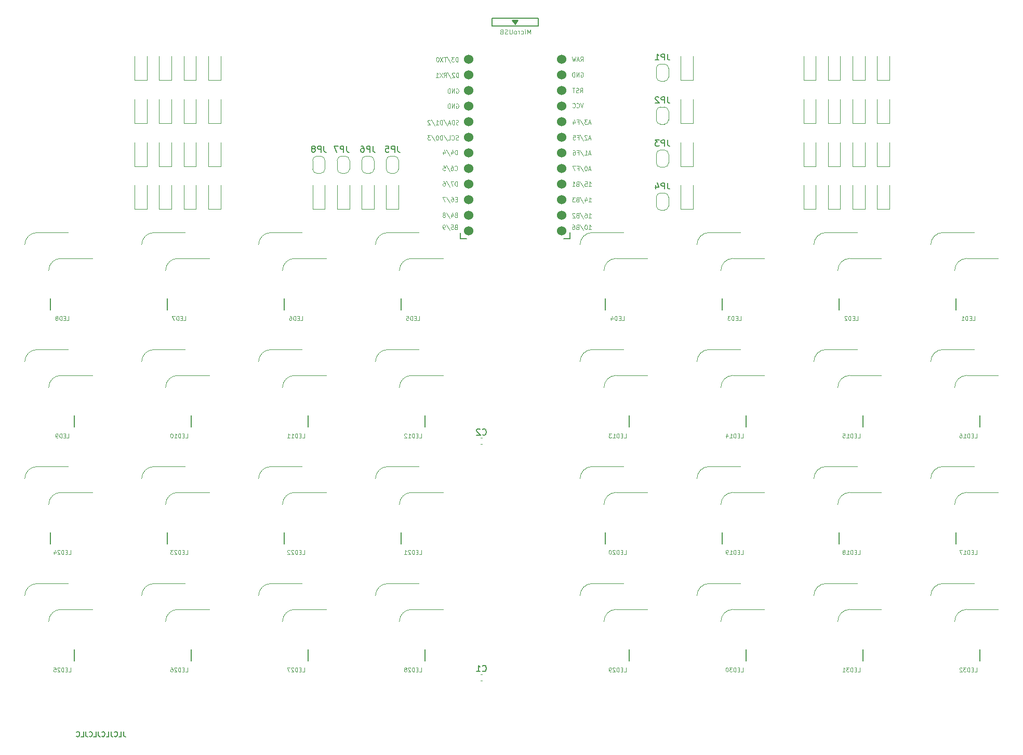
<source format=gbr>
%TF.GenerationSoftware,KiCad,Pcbnew,(6.0.1)*%
%TF.CreationDate,2022-06-19T08:49:54+09:00*%
%TF.ProjectId,yuiop32dm-main,7975696f-7033-4326-946d-2d6d61696e2e,1*%
%TF.SameCoordinates,Original*%
%TF.FileFunction,Legend,Bot*%
%TF.FilePolarity,Positive*%
%FSLAX46Y46*%
G04 Gerber Fmt 4.6, Leading zero omitted, Abs format (unit mm)*
G04 Created by KiCad (PCBNEW (6.0.1)) date 2022-06-19 08:49:54*
%MOMM*%
%LPD*%
G01*
G04 APERTURE LIST*
%ADD10C,0.150000*%
%ADD11C,0.100000*%
%ADD12C,0.120000*%
%ADD13C,0.125000*%
%ADD14C,1.524000*%
G04 APERTURE END LIST*
D10*
X86195238Y-145311904D02*
X86195238Y-145883333D01*
X86233333Y-145997619D01*
X86309523Y-146073809D01*
X86423809Y-146111904D01*
X86500000Y-146111904D01*
X85433333Y-146111904D02*
X85814285Y-146111904D01*
X85814285Y-145311904D01*
X84709523Y-146035714D02*
X84747619Y-146073809D01*
X84861904Y-146111904D01*
X84938095Y-146111904D01*
X85052380Y-146073809D01*
X85128571Y-145997619D01*
X85166666Y-145921428D01*
X85204761Y-145769047D01*
X85204761Y-145654761D01*
X85166666Y-145502380D01*
X85128571Y-145426190D01*
X85052380Y-145350000D01*
X84938095Y-145311904D01*
X84861904Y-145311904D01*
X84747619Y-145350000D01*
X84709523Y-145388095D01*
X84138095Y-145311904D02*
X84138095Y-145883333D01*
X84176190Y-145997619D01*
X84252380Y-146073809D01*
X84366666Y-146111904D01*
X84442857Y-146111904D01*
X83376190Y-146111904D02*
X83757142Y-146111904D01*
X83757142Y-145311904D01*
X82652380Y-146035714D02*
X82690476Y-146073809D01*
X82804761Y-146111904D01*
X82880952Y-146111904D01*
X82995238Y-146073809D01*
X83071428Y-145997619D01*
X83109523Y-145921428D01*
X83147619Y-145769047D01*
X83147619Y-145654761D01*
X83109523Y-145502380D01*
X83071428Y-145426190D01*
X82995238Y-145350000D01*
X82880952Y-145311904D01*
X82804761Y-145311904D01*
X82690476Y-145350000D01*
X82652380Y-145388095D01*
X82080952Y-145311904D02*
X82080952Y-145883333D01*
X82119047Y-145997619D01*
X82195238Y-146073809D01*
X82309523Y-146111904D01*
X82385714Y-146111904D01*
X81319047Y-146111904D02*
X81700000Y-146111904D01*
X81700000Y-145311904D01*
X80595238Y-146035714D02*
X80633333Y-146073809D01*
X80747619Y-146111904D01*
X80823809Y-146111904D01*
X80938095Y-146073809D01*
X81014285Y-145997619D01*
X81052380Y-145921428D01*
X81090476Y-145769047D01*
X81090476Y-145654761D01*
X81052380Y-145502380D01*
X81014285Y-145426190D01*
X80938095Y-145350000D01*
X80823809Y-145311904D01*
X80747619Y-145311904D01*
X80633333Y-145350000D01*
X80595238Y-145388095D01*
X80023809Y-145311904D02*
X80023809Y-145883333D01*
X80061904Y-145997619D01*
X80138095Y-146073809D01*
X80252380Y-146111904D01*
X80328571Y-146111904D01*
X79261904Y-146111904D02*
X79642857Y-146111904D01*
X79642857Y-145311904D01*
X78538095Y-146035714D02*
X78576190Y-146073809D01*
X78690476Y-146111904D01*
X78766666Y-146111904D01*
X78880952Y-146073809D01*
X78957142Y-145997619D01*
X78995238Y-145921428D01*
X79033333Y-145769047D01*
X79033333Y-145654761D01*
X78995238Y-145502380D01*
X78957142Y-145426190D01*
X78880952Y-145350000D01*
X78766666Y-145311904D01*
X78690476Y-145311904D01*
X78576190Y-145350000D01*
X78538095Y-145388095D01*
D11*
%TO.C,LED20*%
X167721607Y-116411071D02*
X168035892Y-116411071D01*
X168035892Y-115751071D01*
X167501607Y-116065357D02*
X167281607Y-116065357D01*
X167187321Y-116411071D02*
X167501607Y-116411071D01*
X167501607Y-115751071D01*
X167187321Y-115751071D01*
X166904464Y-116411071D02*
X166904464Y-115751071D01*
X166747321Y-115751071D01*
X166653035Y-115782500D01*
X166590178Y-115845357D01*
X166558750Y-115908214D01*
X166527321Y-116033928D01*
X166527321Y-116128214D01*
X166558750Y-116253928D01*
X166590178Y-116316785D01*
X166653035Y-116379642D01*
X166747321Y-116411071D01*
X166904464Y-116411071D01*
X166275892Y-115813928D02*
X166244464Y-115782500D01*
X166181607Y-115751071D01*
X166024464Y-115751071D01*
X165961607Y-115782500D01*
X165930178Y-115813928D01*
X165898750Y-115876785D01*
X165898750Y-115939642D01*
X165930178Y-116033928D01*
X166307321Y-116411071D01*
X165898750Y-116411071D01*
X165490178Y-115751071D02*
X165427321Y-115751071D01*
X165364464Y-115782500D01*
X165333035Y-115813928D01*
X165301607Y-115876785D01*
X165270178Y-116002500D01*
X165270178Y-116159642D01*
X165301607Y-116285357D01*
X165333035Y-116348214D01*
X165364464Y-116379642D01*
X165427321Y-116411071D01*
X165490178Y-116411071D01*
X165553035Y-116379642D01*
X165584464Y-116348214D01*
X165615892Y-116285357D01*
X165647321Y-116159642D01*
X165647321Y-116002500D01*
X165615892Y-115876785D01*
X165584464Y-115813928D01*
X165553035Y-115782500D01*
X165490178Y-115751071D01*
%TO.C,LED15*%
X205821607Y-97442321D02*
X206135892Y-97442321D01*
X206135892Y-96782321D01*
X205601607Y-97096607D02*
X205381607Y-97096607D01*
X205287321Y-97442321D02*
X205601607Y-97442321D01*
X205601607Y-96782321D01*
X205287321Y-96782321D01*
X205004464Y-97442321D02*
X205004464Y-96782321D01*
X204847321Y-96782321D01*
X204753035Y-96813750D01*
X204690178Y-96876607D01*
X204658750Y-96939464D01*
X204627321Y-97065178D01*
X204627321Y-97159464D01*
X204658750Y-97285178D01*
X204690178Y-97348035D01*
X204753035Y-97410892D01*
X204847321Y-97442321D01*
X205004464Y-97442321D01*
X203998750Y-97442321D02*
X204375892Y-97442321D01*
X204187321Y-97442321D02*
X204187321Y-96782321D01*
X204250178Y-96876607D01*
X204313035Y-96939464D01*
X204375892Y-96970892D01*
X203401607Y-96782321D02*
X203715892Y-96782321D01*
X203747321Y-97096607D01*
X203715892Y-97065178D01*
X203653035Y-97033750D01*
X203495892Y-97033750D01*
X203433035Y-97065178D01*
X203401607Y-97096607D01*
X203370178Y-97159464D01*
X203370178Y-97316607D01*
X203401607Y-97379464D01*
X203433035Y-97410892D01*
X203495892Y-97442321D01*
X203653035Y-97442321D01*
X203715892Y-97410892D01*
X203747321Y-97379464D01*
%TO.C,LED19*%
X186771607Y-116411071D02*
X187085892Y-116411071D01*
X187085892Y-115751071D01*
X186551607Y-116065357D02*
X186331607Y-116065357D01*
X186237321Y-116411071D02*
X186551607Y-116411071D01*
X186551607Y-115751071D01*
X186237321Y-115751071D01*
X185954464Y-116411071D02*
X185954464Y-115751071D01*
X185797321Y-115751071D01*
X185703035Y-115782500D01*
X185640178Y-115845357D01*
X185608750Y-115908214D01*
X185577321Y-116033928D01*
X185577321Y-116128214D01*
X185608750Y-116253928D01*
X185640178Y-116316785D01*
X185703035Y-116379642D01*
X185797321Y-116411071D01*
X185954464Y-116411071D01*
X184948750Y-116411071D02*
X185325892Y-116411071D01*
X185137321Y-116411071D02*
X185137321Y-115751071D01*
X185200178Y-115845357D01*
X185263035Y-115908214D01*
X185325892Y-115939642D01*
X184634464Y-116411071D02*
X184508750Y-116411071D01*
X184445892Y-116379642D01*
X184414464Y-116348214D01*
X184351607Y-116253928D01*
X184320178Y-116128214D01*
X184320178Y-115876785D01*
X184351607Y-115813928D01*
X184383035Y-115782500D01*
X184445892Y-115751071D01*
X184571607Y-115751071D01*
X184634464Y-115782500D01*
X184665892Y-115813928D01*
X184697321Y-115876785D01*
X184697321Y-116033928D01*
X184665892Y-116096785D01*
X184634464Y-116128214D01*
X184571607Y-116159642D01*
X184445892Y-116159642D01*
X184383035Y-116128214D01*
X184351607Y-116096785D01*
X184320178Y-116033928D01*
%TO.C,LED1*%
X224557321Y-78311071D02*
X224871607Y-78311071D01*
X224871607Y-77651071D01*
X224337321Y-77965357D02*
X224117321Y-77965357D01*
X224023035Y-78311071D02*
X224337321Y-78311071D01*
X224337321Y-77651071D01*
X224023035Y-77651071D01*
X223740178Y-78311071D02*
X223740178Y-77651071D01*
X223583035Y-77651071D01*
X223488750Y-77682500D01*
X223425892Y-77745357D01*
X223394464Y-77808214D01*
X223363035Y-77933928D01*
X223363035Y-78028214D01*
X223394464Y-78153928D01*
X223425892Y-78216785D01*
X223488750Y-78279642D01*
X223583035Y-78311071D01*
X223740178Y-78311071D01*
X222734464Y-78311071D02*
X223111607Y-78311071D01*
X222923035Y-78311071D02*
X222923035Y-77651071D01*
X222985892Y-77745357D01*
X223048750Y-77808214D01*
X223111607Y-77839642D01*
%TO.C,LED9*%
X76919821Y-97442321D02*
X77234107Y-97442321D01*
X77234107Y-96782321D01*
X76699821Y-97096607D02*
X76479821Y-97096607D01*
X76385535Y-97442321D02*
X76699821Y-97442321D01*
X76699821Y-96782321D01*
X76385535Y-96782321D01*
X76102678Y-97442321D02*
X76102678Y-96782321D01*
X75945535Y-96782321D01*
X75851250Y-96813750D01*
X75788392Y-96876607D01*
X75756964Y-96939464D01*
X75725535Y-97065178D01*
X75725535Y-97159464D01*
X75756964Y-97285178D01*
X75788392Y-97348035D01*
X75851250Y-97410892D01*
X75945535Y-97442321D01*
X76102678Y-97442321D01*
X75411250Y-97442321D02*
X75285535Y-97442321D01*
X75222678Y-97410892D01*
X75191250Y-97379464D01*
X75128392Y-97285178D01*
X75096964Y-97159464D01*
X75096964Y-96908035D01*
X75128392Y-96845178D01*
X75159821Y-96813750D01*
X75222678Y-96782321D01*
X75348392Y-96782321D01*
X75411250Y-96813750D01*
X75442678Y-96845178D01*
X75474107Y-96908035D01*
X75474107Y-97065178D01*
X75442678Y-97128035D01*
X75411250Y-97159464D01*
X75348392Y-97190892D01*
X75222678Y-97190892D01*
X75159821Y-97159464D01*
X75128392Y-97128035D01*
X75096964Y-97065178D01*
%TO.C,LED13*%
X167721607Y-97442321D02*
X168035892Y-97442321D01*
X168035892Y-96782321D01*
X167501607Y-97096607D02*
X167281607Y-97096607D01*
X167187321Y-97442321D02*
X167501607Y-97442321D01*
X167501607Y-96782321D01*
X167187321Y-96782321D01*
X166904464Y-97442321D02*
X166904464Y-96782321D01*
X166747321Y-96782321D01*
X166653035Y-96813750D01*
X166590178Y-96876607D01*
X166558750Y-96939464D01*
X166527321Y-97065178D01*
X166527321Y-97159464D01*
X166558750Y-97285178D01*
X166590178Y-97348035D01*
X166653035Y-97410892D01*
X166747321Y-97442321D01*
X166904464Y-97442321D01*
X165898750Y-97442321D02*
X166275892Y-97442321D01*
X166087321Y-97442321D02*
X166087321Y-96782321D01*
X166150178Y-96876607D01*
X166213035Y-96939464D01*
X166275892Y-96970892D01*
X165678750Y-96782321D02*
X165270178Y-96782321D01*
X165490178Y-97033750D01*
X165395892Y-97033750D01*
X165333035Y-97065178D01*
X165301607Y-97096607D01*
X165270178Y-97159464D01*
X165270178Y-97316607D01*
X165301607Y-97379464D01*
X165333035Y-97410892D01*
X165395892Y-97442321D01*
X165584464Y-97442321D01*
X165647321Y-97410892D01*
X165678750Y-97379464D01*
%TO.C,LED6*%
X115019821Y-78311071D02*
X115334107Y-78311071D01*
X115334107Y-77651071D01*
X114799821Y-77965357D02*
X114579821Y-77965357D01*
X114485535Y-78311071D02*
X114799821Y-78311071D01*
X114799821Y-77651071D01*
X114485535Y-77651071D01*
X114202678Y-78311071D02*
X114202678Y-77651071D01*
X114045535Y-77651071D01*
X113951250Y-77682500D01*
X113888392Y-77745357D01*
X113856964Y-77808214D01*
X113825535Y-77933928D01*
X113825535Y-78028214D01*
X113856964Y-78153928D01*
X113888392Y-78216785D01*
X113951250Y-78279642D01*
X114045535Y-78311071D01*
X114202678Y-78311071D01*
X113259821Y-77651071D02*
X113385535Y-77651071D01*
X113448392Y-77682500D01*
X113479821Y-77713928D01*
X113542678Y-77808214D01*
X113574107Y-77933928D01*
X113574107Y-78185357D01*
X113542678Y-78248214D01*
X113511250Y-78279642D01*
X113448392Y-78311071D01*
X113322678Y-78311071D01*
X113259821Y-78279642D01*
X113228392Y-78248214D01*
X113196964Y-78185357D01*
X113196964Y-78028214D01*
X113228392Y-77965357D01*
X113259821Y-77933928D01*
X113322678Y-77902500D01*
X113448392Y-77902500D01*
X113511250Y-77933928D01*
X113542678Y-77965357D01*
X113574107Y-78028214D01*
%TO.C,LED12*%
X134384107Y-97442321D02*
X134698392Y-97442321D01*
X134698392Y-96782321D01*
X134164107Y-97096607D02*
X133944107Y-97096607D01*
X133849821Y-97442321D02*
X134164107Y-97442321D01*
X134164107Y-96782321D01*
X133849821Y-96782321D01*
X133566964Y-97442321D02*
X133566964Y-96782321D01*
X133409821Y-96782321D01*
X133315535Y-96813750D01*
X133252678Y-96876607D01*
X133221250Y-96939464D01*
X133189821Y-97065178D01*
X133189821Y-97159464D01*
X133221250Y-97285178D01*
X133252678Y-97348035D01*
X133315535Y-97410892D01*
X133409821Y-97442321D01*
X133566964Y-97442321D01*
X132561250Y-97442321D02*
X132938392Y-97442321D01*
X132749821Y-97442321D02*
X132749821Y-96782321D01*
X132812678Y-96876607D01*
X132875535Y-96939464D01*
X132938392Y-96970892D01*
X132309821Y-96845178D02*
X132278392Y-96813750D01*
X132215535Y-96782321D01*
X132058392Y-96782321D01*
X131995535Y-96813750D01*
X131964107Y-96845178D01*
X131932678Y-96908035D01*
X131932678Y-96970892D01*
X131964107Y-97065178D01*
X132341250Y-97442321D01*
X131932678Y-97442321D01*
%TO.C,LED26*%
X96284107Y-135542321D02*
X96598392Y-135542321D01*
X96598392Y-134882321D01*
X96064107Y-135196607D02*
X95844107Y-135196607D01*
X95749821Y-135542321D02*
X96064107Y-135542321D01*
X96064107Y-134882321D01*
X95749821Y-134882321D01*
X95466964Y-135542321D02*
X95466964Y-134882321D01*
X95309821Y-134882321D01*
X95215535Y-134913750D01*
X95152678Y-134976607D01*
X95121250Y-135039464D01*
X95089821Y-135165178D01*
X95089821Y-135259464D01*
X95121250Y-135385178D01*
X95152678Y-135448035D01*
X95215535Y-135510892D01*
X95309821Y-135542321D01*
X95466964Y-135542321D01*
X94838392Y-134945178D02*
X94806964Y-134913750D01*
X94744107Y-134882321D01*
X94586964Y-134882321D01*
X94524107Y-134913750D01*
X94492678Y-134945178D01*
X94461250Y-135008035D01*
X94461250Y-135070892D01*
X94492678Y-135165178D01*
X94869821Y-135542321D01*
X94461250Y-135542321D01*
X93895535Y-134882321D02*
X94021250Y-134882321D01*
X94084107Y-134913750D01*
X94115535Y-134945178D01*
X94178392Y-135039464D01*
X94209821Y-135165178D01*
X94209821Y-135416607D01*
X94178392Y-135479464D01*
X94146964Y-135510892D01*
X94084107Y-135542321D01*
X93958392Y-135542321D01*
X93895535Y-135510892D01*
X93864107Y-135479464D01*
X93832678Y-135416607D01*
X93832678Y-135259464D01*
X93864107Y-135196607D01*
X93895535Y-135165178D01*
X93958392Y-135133750D01*
X94084107Y-135133750D01*
X94146964Y-135165178D01*
X94178392Y-135196607D01*
X94209821Y-135259464D01*
%TO.C,LED25*%
X77234107Y-135542321D02*
X77548392Y-135542321D01*
X77548392Y-134882321D01*
X77014107Y-135196607D02*
X76794107Y-135196607D01*
X76699821Y-135542321D02*
X77014107Y-135542321D01*
X77014107Y-134882321D01*
X76699821Y-134882321D01*
X76416964Y-135542321D02*
X76416964Y-134882321D01*
X76259821Y-134882321D01*
X76165535Y-134913750D01*
X76102678Y-134976607D01*
X76071250Y-135039464D01*
X76039821Y-135165178D01*
X76039821Y-135259464D01*
X76071250Y-135385178D01*
X76102678Y-135448035D01*
X76165535Y-135510892D01*
X76259821Y-135542321D01*
X76416964Y-135542321D01*
X75788392Y-134945178D02*
X75756964Y-134913750D01*
X75694107Y-134882321D01*
X75536964Y-134882321D01*
X75474107Y-134913750D01*
X75442678Y-134945178D01*
X75411250Y-135008035D01*
X75411250Y-135070892D01*
X75442678Y-135165178D01*
X75819821Y-135542321D01*
X75411250Y-135542321D01*
X74814107Y-134882321D02*
X75128392Y-134882321D01*
X75159821Y-135196607D01*
X75128392Y-135165178D01*
X75065535Y-135133750D01*
X74908392Y-135133750D01*
X74845535Y-135165178D01*
X74814107Y-135196607D01*
X74782678Y-135259464D01*
X74782678Y-135416607D01*
X74814107Y-135479464D01*
X74845535Y-135510892D01*
X74908392Y-135542321D01*
X75065535Y-135542321D01*
X75128392Y-135510892D01*
X75159821Y-135479464D01*
%TO.C,LED17*%
X224871607Y-116411071D02*
X225185892Y-116411071D01*
X225185892Y-115751071D01*
X224651607Y-116065357D02*
X224431607Y-116065357D01*
X224337321Y-116411071D02*
X224651607Y-116411071D01*
X224651607Y-115751071D01*
X224337321Y-115751071D01*
X224054464Y-116411071D02*
X224054464Y-115751071D01*
X223897321Y-115751071D01*
X223803035Y-115782500D01*
X223740178Y-115845357D01*
X223708750Y-115908214D01*
X223677321Y-116033928D01*
X223677321Y-116128214D01*
X223708750Y-116253928D01*
X223740178Y-116316785D01*
X223803035Y-116379642D01*
X223897321Y-116411071D01*
X224054464Y-116411071D01*
X223048750Y-116411071D02*
X223425892Y-116411071D01*
X223237321Y-116411071D02*
X223237321Y-115751071D01*
X223300178Y-115845357D01*
X223363035Y-115908214D01*
X223425892Y-115939642D01*
X222828750Y-115751071D02*
X222388750Y-115751071D01*
X222671607Y-116411071D01*
%TO.C,LED8*%
X76919821Y-78311071D02*
X77234107Y-78311071D01*
X77234107Y-77651071D01*
X76699821Y-77965357D02*
X76479821Y-77965357D01*
X76385535Y-78311071D02*
X76699821Y-78311071D01*
X76699821Y-77651071D01*
X76385535Y-77651071D01*
X76102678Y-78311071D02*
X76102678Y-77651071D01*
X75945535Y-77651071D01*
X75851250Y-77682500D01*
X75788392Y-77745357D01*
X75756964Y-77808214D01*
X75725535Y-77933928D01*
X75725535Y-78028214D01*
X75756964Y-78153928D01*
X75788392Y-78216785D01*
X75851250Y-78279642D01*
X75945535Y-78311071D01*
X76102678Y-78311071D01*
X75348392Y-77933928D02*
X75411250Y-77902500D01*
X75442678Y-77871071D01*
X75474107Y-77808214D01*
X75474107Y-77776785D01*
X75442678Y-77713928D01*
X75411250Y-77682500D01*
X75348392Y-77651071D01*
X75222678Y-77651071D01*
X75159821Y-77682500D01*
X75128392Y-77713928D01*
X75096964Y-77776785D01*
X75096964Y-77808214D01*
X75128392Y-77871071D01*
X75159821Y-77902500D01*
X75222678Y-77933928D01*
X75348392Y-77933928D01*
X75411250Y-77965357D01*
X75442678Y-77996785D01*
X75474107Y-78059642D01*
X75474107Y-78185357D01*
X75442678Y-78248214D01*
X75411250Y-78279642D01*
X75348392Y-78311071D01*
X75222678Y-78311071D01*
X75159821Y-78279642D01*
X75128392Y-78248214D01*
X75096964Y-78185357D01*
X75096964Y-78059642D01*
X75128392Y-77996785D01*
X75159821Y-77965357D01*
X75222678Y-77933928D01*
%TO.C,LED4*%
X167407321Y-78311071D02*
X167721607Y-78311071D01*
X167721607Y-77651071D01*
X167187321Y-77965357D02*
X166967321Y-77965357D01*
X166873035Y-78311071D02*
X167187321Y-78311071D01*
X167187321Y-77651071D01*
X166873035Y-77651071D01*
X166590178Y-78311071D02*
X166590178Y-77651071D01*
X166433035Y-77651071D01*
X166338750Y-77682500D01*
X166275892Y-77745357D01*
X166244464Y-77808214D01*
X166213035Y-77933928D01*
X166213035Y-78028214D01*
X166244464Y-78153928D01*
X166275892Y-78216785D01*
X166338750Y-78279642D01*
X166433035Y-78311071D01*
X166590178Y-78311071D01*
X165647321Y-77871071D02*
X165647321Y-78311071D01*
X165804464Y-77619642D02*
X165961607Y-78091071D01*
X165553035Y-78091071D01*
%TO.C,LED3*%
X186457321Y-78311071D02*
X186771607Y-78311071D01*
X186771607Y-77651071D01*
X186237321Y-77965357D02*
X186017321Y-77965357D01*
X185923035Y-78311071D02*
X186237321Y-78311071D01*
X186237321Y-77651071D01*
X185923035Y-77651071D01*
X185640178Y-78311071D02*
X185640178Y-77651071D01*
X185483035Y-77651071D01*
X185388750Y-77682500D01*
X185325892Y-77745357D01*
X185294464Y-77808214D01*
X185263035Y-77933928D01*
X185263035Y-78028214D01*
X185294464Y-78153928D01*
X185325892Y-78216785D01*
X185388750Y-78279642D01*
X185483035Y-78311071D01*
X185640178Y-78311071D01*
X185043035Y-77651071D02*
X184634464Y-77651071D01*
X184854464Y-77902500D01*
X184760178Y-77902500D01*
X184697321Y-77933928D01*
X184665892Y-77965357D01*
X184634464Y-78028214D01*
X184634464Y-78185357D01*
X184665892Y-78248214D01*
X184697321Y-78279642D01*
X184760178Y-78311071D01*
X184948750Y-78311071D01*
X185011607Y-78279642D01*
X185043035Y-78248214D01*
%TO.C,LED23*%
X96284107Y-116411071D02*
X96598392Y-116411071D01*
X96598392Y-115751071D01*
X96064107Y-116065357D02*
X95844107Y-116065357D01*
X95749821Y-116411071D02*
X96064107Y-116411071D01*
X96064107Y-115751071D01*
X95749821Y-115751071D01*
X95466964Y-116411071D02*
X95466964Y-115751071D01*
X95309821Y-115751071D01*
X95215535Y-115782500D01*
X95152678Y-115845357D01*
X95121250Y-115908214D01*
X95089821Y-116033928D01*
X95089821Y-116128214D01*
X95121250Y-116253928D01*
X95152678Y-116316785D01*
X95215535Y-116379642D01*
X95309821Y-116411071D01*
X95466964Y-116411071D01*
X94838392Y-115813928D02*
X94806964Y-115782500D01*
X94744107Y-115751071D01*
X94586964Y-115751071D01*
X94524107Y-115782500D01*
X94492678Y-115813928D01*
X94461250Y-115876785D01*
X94461250Y-115939642D01*
X94492678Y-116033928D01*
X94869821Y-116411071D01*
X94461250Y-116411071D01*
X94241250Y-115751071D02*
X93832678Y-115751071D01*
X94052678Y-116002500D01*
X93958392Y-116002500D01*
X93895535Y-116033928D01*
X93864107Y-116065357D01*
X93832678Y-116128214D01*
X93832678Y-116285357D01*
X93864107Y-116348214D01*
X93895535Y-116379642D01*
X93958392Y-116411071D01*
X94146964Y-116411071D01*
X94209821Y-116379642D01*
X94241250Y-116348214D01*
%TO.C,LED10*%
X96284107Y-97442321D02*
X96598392Y-97442321D01*
X96598392Y-96782321D01*
X96064107Y-97096607D02*
X95844107Y-97096607D01*
X95749821Y-97442321D02*
X96064107Y-97442321D01*
X96064107Y-96782321D01*
X95749821Y-96782321D01*
X95466964Y-97442321D02*
X95466964Y-96782321D01*
X95309821Y-96782321D01*
X95215535Y-96813750D01*
X95152678Y-96876607D01*
X95121250Y-96939464D01*
X95089821Y-97065178D01*
X95089821Y-97159464D01*
X95121250Y-97285178D01*
X95152678Y-97348035D01*
X95215535Y-97410892D01*
X95309821Y-97442321D01*
X95466964Y-97442321D01*
X94461250Y-97442321D02*
X94838392Y-97442321D01*
X94649821Y-97442321D02*
X94649821Y-96782321D01*
X94712678Y-96876607D01*
X94775535Y-96939464D01*
X94838392Y-96970892D01*
X94052678Y-96782321D02*
X93989821Y-96782321D01*
X93926964Y-96813750D01*
X93895535Y-96845178D01*
X93864107Y-96908035D01*
X93832678Y-97033750D01*
X93832678Y-97190892D01*
X93864107Y-97316607D01*
X93895535Y-97379464D01*
X93926964Y-97410892D01*
X93989821Y-97442321D01*
X94052678Y-97442321D01*
X94115535Y-97410892D01*
X94146964Y-97379464D01*
X94178392Y-97316607D01*
X94209821Y-97190892D01*
X94209821Y-97033750D01*
X94178392Y-96908035D01*
X94146964Y-96845178D01*
X94115535Y-96813750D01*
X94052678Y-96782321D01*
%TO.C,LED28*%
X134384107Y-135542321D02*
X134698392Y-135542321D01*
X134698392Y-134882321D01*
X134164107Y-135196607D02*
X133944107Y-135196607D01*
X133849821Y-135542321D02*
X134164107Y-135542321D01*
X134164107Y-134882321D01*
X133849821Y-134882321D01*
X133566964Y-135542321D02*
X133566964Y-134882321D01*
X133409821Y-134882321D01*
X133315535Y-134913750D01*
X133252678Y-134976607D01*
X133221250Y-135039464D01*
X133189821Y-135165178D01*
X133189821Y-135259464D01*
X133221250Y-135385178D01*
X133252678Y-135448035D01*
X133315535Y-135510892D01*
X133409821Y-135542321D01*
X133566964Y-135542321D01*
X132938392Y-134945178D02*
X132906964Y-134913750D01*
X132844107Y-134882321D01*
X132686964Y-134882321D01*
X132624107Y-134913750D01*
X132592678Y-134945178D01*
X132561250Y-135008035D01*
X132561250Y-135070892D01*
X132592678Y-135165178D01*
X132969821Y-135542321D01*
X132561250Y-135542321D01*
X132184107Y-135165178D02*
X132246964Y-135133750D01*
X132278392Y-135102321D01*
X132309821Y-135039464D01*
X132309821Y-135008035D01*
X132278392Y-134945178D01*
X132246964Y-134913750D01*
X132184107Y-134882321D01*
X132058392Y-134882321D01*
X131995535Y-134913750D01*
X131964107Y-134945178D01*
X131932678Y-135008035D01*
X131932678Y-135039464D01*
X131964107Y-135102321D01*
X131995535Y-135133750D01*
X132058392Y-135165178D01*
X132184107Y-135165178D01*
X132246964Y-135196607D01*
X132278392Y-135228035D01*
X132309821Y-135290892D01*
X132309821Y-135416607D01*
X132278392Y-135479464D01*
X132246964Y-135510892D01*
X132184107Y-135542321D01*
X132058392Y-135542321D01*
X131995535Y-135510892D01*
X131964107Y-135479464D01*
X131932678Y-135416607D01*
X131932678Y-135290892D01*
X131964107Y-135228035D01*
X131995535Y-135196607D01*
X132058392Y-135165178D01*
%TO.C,LED24*%
X77234107Y-116411071D02*
X77548392Y-116411071D01*
X77548392Y-115751071D01*
X77014107Y-116065357D02*
X76794107Y-116065357D01*
X76699821Y-116411071D02*
X77014107Y-116411071D01*
X77014107Y-115751071D01*
X76699821Y-115751071D01*
X76416964Y-116411071D02*
X76416964Y-115751071D01*
X76259821Y-115751071D01*
X76165535Y-115782500D01*
X76102678Y-115845357D01*
X76071250Y-115908214D01*
X76039821Y-116033928D01*
X76039821Y-116128214D01*
X76071250Y-116253928D01*
X76102678Y-116316785D01*
X76165535Y-116379642D01*
X76259821Y-116411071D01*
X76416964Y-116411071D01*
X75788392Y-115813928D02*
X75756964Y-115782500D01*
X75694107Y-115751071D01*
X75536964Y-115751071D01*
X75474107Y-115782500D01*
X75442678Y-115813928D01*
X75411250Y-115876785D01*
X75411250Y-115939642D01*
X75442678Y-116033928D01*
X75819821Y-116411071D01*
X75411250Y-116411071D01*
X74845535Y-115971071D02*
X74845535Y-116411071D01*
X75002678Y-115719642D02*
X75159821Y-116191071D01*
X74751250Y-116191071D01*
%TO.C,LED7*%
X95969821Y-78311071D02*
X96284107Y-78311071D01*
X96284107Y-77651071D01*
X95749821Y-77965357D02*
X95529821Y-77965357D01*
X95435535Y-78311071D02*
X95749821Y-78311071D01*
X95749821Y-77651071D01*
X95435535Y-77651071D01*
X95152678Y-78311071D02*
X95152678Y-77651071D01*
X94995535Y-77651071D01*
X94901250Y-77682500D01*
X94838392Y-77745357D01*
X94806964Y-77808214D01*
X94775535Y-77933928D01*
X94775535Y-78028214D01*
X94806964Y-78153928D01*
X94838392Y-78216785D01*
X94901250Y-78279642D01*
X94995535Y-78311071D01*
X95152678Y-78311071D01*
X94555535Y-77651071D02*
X94115535Y-77651071D01*
X94398392Y-78311071D01*
%TO.C,LED5*%
X134069821Y-78311071D02*
X134384107Y-78311071D01*
X134384107Y-77651071D01*
X133849821Y-77965357D02*
X133629821Y-77965357D01*
X133535535Y-78311071D02*
X133849821Y-78311071D01*
X133849821Y-77651071D01*
X133535535Y-77651071D01*
X133252678Y-78311071D02*
X133252678Y-77651071D01*
X133095535Y-77651071D01*
X133001250Y-77682500D01*
X132938392Y-77745357D01*
X132906964Y-77808214D01*
X132875535Y-77933928D01*
X132875535Y-78028214D01*
X132906964Y-78153928D01*
X132938392Y-78216785D01*
X133001250Y-78279642D01*
X133095535Y-78311071D01*
X133252678Y-78311071D01*
X132278392Y-77651071D02*
X132592678Y-77651071D01*
X132624107Y-77965357D01*
X132592678Y-77933928D01*
X132529821Y-77902500D01*
X132372678Y-77902500D01*
X132309821Y-77933928D01*
X132278392Y-77965357D01*
X132246964Y-78028214D01*
X132246964Y-78185357D01*
X132278392Y-78248214D01*
X132309821Y-78279642D01*
X132372678Y-78311071D01*
X132529821Y-78311071D01*
X132592678Y-78279642D01*
X132624107Y-78248214D01*
%TO.C,LED29*%
X167721607Y-135542321D02*
X168035892Y-135542321D01*
X168035892Y-134882321D01*
X167501607Y-135196607D02*
X167281607Y-135196607D01*
X167187321Y-135542321D02*
X167501607Y-135542321D01*
X167501607Y-134882321D01*
X167187321Y-134882321D01*
X166904464Y-135542321D02*
X166904464Y-134882321D01*
X166747321Y-134882321D01*
X166653035Y-134913750D01*
X166590178Y-134976607D01*
X166558750Y-135039464D01*
X166527321Y-135165178D01*
X166527321Y-135259464D01*
X166558750Y-135385178D01*
X166590178Y-135448035D01*
X166653035Y-135510892D01*
X166747321Y-135542321D01*
X166904464Y-135542321D01*
X166275892Y-134945178D02*
X166244464Y-134913750D01*
X166181607Y-134882321D01*
X166024464Y-134882321D01*
X165961607Y-134913750D01*
X165930178Y-134945178D01*
X165898750Y-135008035D01*
X165898750Y-135070892D01*
X165930178Y-135165178D01*
X166307321Y-135542321D01*
X165898750Y-135542321D01*
X165584464Y-135542321D02*
X165458750Y-135542321D01*
X165395892Y-135510892D01*
X165364464Y-135479464D01*
X165301607Y-135385178D01*
X165270178Y-135259464D01*
X165270178Y-135008035D01*
X165301607Y-134945178D01*
X165333035Y-134913750D01*
X165395892Y-134882321D01*
X165521607Y-134882321D01*
X165584464Y-134913750D01*
X165615892Y-134945178D01*
X165647321Y-135008035D01*
X165647321Y-135165178D01*
X165615892Y-135228035D01*
X165584464Y-135259464D01*
X165521607Y-135290892D01*
X165395892Y-135290892D01*
X165333035Y-135259464D01*
X165301607Y-135228035D01*
X165270178Y-135165178D01*
%TO.C,LED30*%
X186771607Y-135542321D02*
X187085892Y-135542321D01*
X187085892Y-134882321D01*
X186551607Y-135196607D02*
X186331607Y-135196607D01*
X186237321Y-135542321D02*
X186551607Y-135542321D01*
X186551607Y-134882321D01*
X186237321Y-134882321D01*
X185954464Y-135542321D02*
X185954464Y-134882321D01*
X185797321Y-134882321D01*
X185703035Y-134913750D01*
X185640178Y-134976607D01*
X185608750Y-135039464D01*
X185577321Y-135165178D01*
X185577321Y-135259464D01*
X185608750Y-135385178D01*
X185640178Y-135448035D01*
X185703035Y-135510892D01*
X185797321Y-135542321D01*
X185954464Y-135542321D01*
X185357321Y-134882321D02*
X184948750Y-134882321D01*
X185168750Y-135133750D01*
X185074464Y-135133750D01*
X185011607Y-135165178D01*
X184980178Y-135196607D01*
X184948750Y-135259464D01*
X184948750Y-135416607D01*
X184980178Y-135479464D01*
X185011607Y-135510892D01*
X185074464Y-135542321D01*
X185263035Y-135542321D01*
X185325892Y-135510892D01*
X185357321Y-135479464D01*
X184540178Y-134882321D02*
X184477321Y-134882321D01*
X184414464Y-134913750D01*
X184383035Y-134945178D01*
X184351607Y-135008035D01*
X184320178Y-135133750D01*
X184320178Y-135290892D01*
X184351607Y-135416607D01*
X184383035Y-135479464D01*
X184414464Y-135510892D01*
X184477321Y-135542321D01*
X184540178Y-135542321D01*
X184603035Y-135510892D01*
X184634464Y-135479464D01*
X184665892Y-135416607D01*
X184697321Y-135290892D01*
X184697321Y-135133750D01*
X184665892Y-135008035D01*
X184634464Y-134945178D01*
X184603035Y-134913750D01*
X184540178Y-134882321D01*
%TO.C,LED2*%
X205507321Y-78311071D02*
X205821607Y-78311071D01*
X205821607Y-77651071D01*
X205287321Y-77965357D02*
X205067321Y-77965357D01*
X204973035Y-78311071D02*
X205287321Y-78311071D01*
X205287321Y-77651071D01*
X204973035Y-77651071D01*
X204690178Y-78311071D02*
X204690178Y-77651071D01*
X204533035Y-77651071D01*
X204438750Y-77682500D01*
X204375892Y-77745357D01*
X204344464Y-77808214D01*
X204313035Y-77933928D01*
X204313035Y-78028214D01*
X204344464Y-78153928D01*
X204375892Y-78216785D01*
X204438750Y-78279642D01*
X204533035Y-78311071D01*
X204690178Y-78311071D01*
X204061607Y-77713928D02*
X204030178Y-77682500D01*
X203967321Y-77651071D01*
X203810178Y-77651071D01*
X203747321Y-77682500D01*
X203715892Y-77713928D01*
X203684464Y-77776785D01*
X203684464Y-77839642D01*
X203715892Y-77933928D01*
X204093035Y-78311071D01*
X203684464Y-78311071D01*
%TO.C,LED11*%
X115334107Y-97442321D02*
X115648392Y-97442321D01*
X115648392Y-96782321D01*
X115114107Y-97096607D02*
X114894107Y-97096607D01*
X114799821Y-97442321D02*
X115114107Y-97442321D01*
X115114107Y-96782321D01*
X114799821Y-96782321D01*
X114516964Y-97442321D02*
X114516964Y-96782321D01*
X114359821Y-96782321D01*
X114265535Y-96813750D01*
X114202678Y-96876607D01*
X114171250Y-96939464D01*
X114139821Y-97065178D01*
X114139821Y-97159464D01*
X114171250Y-97285178D01*
X114202678Y-97348035D01*
X114265535Y-97410892D01*
X114359821Y-97442321D01*
X114516964Y-97442321D01*
X113511250Y-97442321D02*
X113888392Y-97442321D01*
X113699821Y-97442321D02*
X113699821Y-96782321D01*
X113762678Y-96876607D01*
X113825535Y-96939464D01*
X113888392Y-96970892D01*
X112882678Y-97442321D02*
X113259821Y-97442321D01*
X113071250Y-97442321D02*
X113071250Y-96782321D01*
X113134107Y-96876607D01*
X113196964Y-96939464D01*
X113259821Y-96970892D01*
%TO.C,LED27*%
X115334107Y-135542321D02*
X115648392Y-135542321D01*
X115648392Y-134882321D01*
X115114107Y-135196607D02*
X114894107Y-135196607D01*
X114799821Y-135542321D02*
X115114107Y-135542321D01*
X115114107Y-134882321D01*
X114799821Y-134882321D01*
X114516964Y-135542321D02*
X114516964Y-134882321D01*
X114359821Y-134882321D01*
X114265535Y-134913750D01*
X114202678Y-134976607D01*
X114171250Y-135039464D01*
X114139821Y-135165178D01*
X114139821Y-135259464D01*
X114171250Y-135385178D01*
X114202678Y-135448035D01*
X114265535Y-135510892D01*
X114359821Y-135542321D01*
X114516964Y-135542321D01*
X113888392Y-134945178D02*
X113856964Y-134913750D01*
X113794107Y-134882321D01*
X113636964Y-134882321D01*
X113574107Y-134913750D01*
X113542678Y-134945178D01*
X113511250Y-135008035D01*
X113511250Y-135070892D01*
X113542678Y-135165178D01*
X113919821Y-135542321D01*
X113511250Y-135542321D01*
X113291250Y-134882321D02*
X112851250Y-134882321D01*
X113134107Y-135542321D01*
%TO.C,LED18*%
X205821607Y-116411071D02*
X206135892Y-116411071D01*
X206135892Y-115751071D01*
X205601607Y-116065357D02*
X205381607Y-116065357D01*
X205287321Y-116411071D02*
X205601607Y-116411071D01*
X205601607Y-115751071D01*
X205287321Y-115751071D01*
X205004464Y-116411071D02*
X205004464Y-115751071D01*
X204847321Y-115751071D01*
X204753035Y-115782500D01*
X204690178Y-115845357D01*
X204658750Y-115908214D01*
X204627321Y-116033928D01*
X204627321Y-116128214D01*
X204658750Y-116253928D01*
X204690178Y-116316785D01*
X204753035Y-116379642D01*
X204847321Y-116411071D01*
X205004464Y-116411071D01*
X203998750Y-116411071D02*
X204375892Y-116411071D01*
X204187321Y-116411071D02*
X204187321Y-115751071D01*
X204250178Y-115845357D01*
X204313035Y-115908214D01*
X204375892Y-115939642D01*
X203621607Y-116033928D02*
X203684464Y-116002500D01*
X203715892Y-115971071D01*
X203747321Y-115908214D01*
X203747321Y-115876785D01*
X203715892Y-115813928D01*
X203684464Y-115782500D01*
X203621607Y-115751071D01*
X203495892Y-115751071D01*
X203433035Y-115782500D01*
X203401607Y-115813928D01*
X203370178Y-115876785D01*
X203370178Y-115908214D01*
X203401607Y-115971071D01*
X203433035Y-116002500D01*
X203495892Y-116033928D01*
X203621607Y-116033928D01*
X203684464Y-116065357D01*
X203715892Y-116096785D01*
X203747321Y-116159642D01*
X203747321Y-116285357D01*
X203715892Y-116348214D01*
X203684464Y-116379642D01*
X203621607Y-116411071D01*
X203495892Y-116411071D01*
X203433035Y-116379642D01*
X203401607Y-116348214D01*
X203370178Y-116285357D01*
X203370178Y-116159642D01*
X203401607Y-116096785D01*
X203433035Y-116065357D01*
X203495892Y-116033928D01*
%TO.C,LED16*%
X224871607Y-97442321D02*
X225185892Y-97442321D01*
X225185892Y-96782321D01*
X224651607Y-97096607D02*
X224431607Y-97096607D01*
X224337321Y-97442321D02*
X224651607Y-97442321D01*
X224651607Y-96782321D01*
X224337321Y-96782321D01*
X224054464Y-97442321D02*
X224054464Y-96782321D01*
X223897321Y-96782321D01*
X223803035Y-96813750D01*
X223740178Y-96876607D01*
X223708750Y-96939464D01*
X223677321Y-97065178D01*
X223677321Y-97159464D01*
X223708750Y-97285178D01*
X223740178Y-97348035D01*
X223803035Y-97410892D01*
X223897321Y-97442321D01*
X224054464Y-97442321D01*
X223048750Y-97442321D02*
X223425892Y-97442321D01*
X223237321Y-97442321D02*
X223237321Y-96782321D01*
X223300178Y-96876607D01*
X223363035Y-96939464D01*
X223425892Y-96970892D01*
X222483035Y-96782321D02*
X222608750Y-96782321D01*
X222671607Y-96813750D01*
X222703035Y-96845178D01*
X222765892Y-96939464D01*
X222797321Y-97065178D01*
X222797321Y-97316607D01*
X222765892Y-97379464D01*
X222734464Y-97410892D01*
X222671607Y-97442321D01*
X222545892Y-97442321D01*
X222483035Y-97410892D01*
X222451607Y-97379464D01*
X222420178Y-97316607D01*
X222420178Y-97159464D01*
X222451607Y-97096607D01*
X222483035Y-97065178D01*
X222545892Y-97033750D01*
X222671607Y-97033750D01*
X222734464Y-97065178D01*
X222765892Y-97096607D01*
X222797321Y-97159464D01*
%TO.C,LED31*%
X205821607Y-135542321D02*
X206135892Y-135542321D01*
X206135892Y-134882321D01*
X205601607Y-135196607D02*
X205381607Y-135196607D01*
X205287321Y-135542321D02*
X205601607Y-135542321D01*
X205601607Y-134882321D01*
X205287321Y-134882321D01*
X205004464Y-135542321D02*
X205004464Y-134882321D01*
X204847321Y-134882321D01*
X204753035Y-134913750D01*
X204690178Y-134976607D01*
X204658750Y-135039464D01*
X204627321Y-135165178D01*
X204627321Y-135259464D01*
X204658750Y-135385178D01*
X204690178Y-135448035D01*
X204753035Y-135510892D01*
X204847321Y-135542321D01*
X205004464Y-135542321D01*
X204407321Y-134882321D02*
X203998750Y-134882321D01*
X204218750Y-135133750D01*
X204124464Y-135133750D01*
X204061607Y-135165178D01*
X204030178Y-135196607D01*
X203998750Y-135259464D01*
X203998750Y-135416607D01*
X204030178Y-135479464D01*
X204061607Y-135510892D01*
X204124464Y-135542321D01*
X204313035Y-135542321D01*
X204375892Y-135510892D01*
X204407321Y-135479464D01*
X203370178Y-135542321D02*
X203747321Y-135542321D01*
X203558750Y-135542321D02*
X203558750Y-134882321D01*
X203621607Y-134976607D01*
X203684464Y-135039464D01*
X203747321Y-135070892D01*
%TO.C,LED21*%
X134384107Y-116411071D02*
X134698392Y-116411071D01*
X134698392Y-115751071D01*
X134164107Y-116065357D02*
X133944107Y-116065357D01*
X133849821Y-116411071D02*
X134164107Y-116411071D01*
X134164107Y-115751071D01*
X133849821Y-115751071D01*
X133566964Y-116411071D02*
X133566964Y-115751071D01*
X133409821Y-115751071D01*
X133315535Y-115782500D01*
X133252678Y-115845357D01*
X133221250Y-115908214D01*
X133189821Y-116033928D01*
X133189821Y-116128214D01*
X133221250Y-116253928D01*
X133252678Y-116316785D01*
X133315535Y-116379642D01*
X133409821Y-116411071D01*
X133566964Y-116411071D01*
X132938392Y-115813928D02*
X132906964Y-115782500D01*
X132844107Y-115751071D01*
X132686964Y-115751071D01*
X132624107Y-115782500D01*
X132592678Y-115813928D01*
X132561250Y-115876785D01*
X132561250Y-115939642D01*
X132592678Y-116033928D01*
X132969821Y-116411071D01*
X132561250Y-116411071D01*
X131932678Y-116411071D02*
X132309821Y-116411071D01*
X132121250Y-116411071D02*
X132121250Y-115751071D01*
X132184107Y-115845357D01*
X132246964Y-115908214D01*
X132309821Y-115939642D01*
%TO.C,LED32*%
X224871607Y-135542321D02*
X225185892Y-135542321D01*
X225185892Y-134882321D01*
X224651607Y-135196607D02*
X224431607Y-135196607D01*
X224337321Y-135542321D02*
X224651607Y-135542321D01*
X224651607Y-134882321D01*
X224337321Y-134882321D01*
X224054464Y-135542321D02*
X224054464Y-134882321D01*
X223897321Y-134882321D01*
X223803035Y-134913750D01*
X223740178Y-134976607D01*
X223708750Y-135039464D01*
X223677321Y-135165178D01*
X223677321Y-135259464D01*
X223708750Y-135385178D01*
X223740178Y-135448035D01*
X223803035Y-135510892D01*
X223897321Y-135542321D01*
X224054464Y-135542321D01*
X223457321Y-134882321D02*
X223048750Y-134882321D01*
X223268750Y-135133750D01*
X223174464Y-135133750D01*
X223111607Y-135165178D01*
X223080178Y-135196607D01*
X223048750Y-135259464D01*
X223048750Y-135416607D01*
X223080178Y-135479464D01*
X223111607Y-135510892D01*
X223174464Y-135542321D01*
X223363035Y-135542321D01*
X223425892Y-135510892D01*
X223457321Y-135479464D01*
X222797321Y-134945178D02*
X222765892Y-134913750D01*
X222703035Y-134882321D01*
X222545892Y-134882321D01*
X222483035Y-134913750D01*
X222451607Y-134945178D01*
X222420178Y-135008035D01*
X222420178Y-135070892D01*
X222451607Y-135165178D01*
X222828750Y-135542321D01*
X222420178Y-135542321D01*
%TO.C,LED22*%
X115334107Y-116411071D02*
X115648392Y-116411071D01*
X115648392Y-115751071D01*
X115114107Y-116065357D02*
X114894107Y-116065357D01*
X114799821Y-116411071D02*
X115114107Y-116411071D01*
X115114107Y-115751071D01*
X114799821Y-115751071D01*
X114516964Y-116411071D02*
X114516964Y-115751071D01*
X114359821Y-115751071D01*
X114265535Y-115782500D01*
X114202678Y-115845357D01*
X114171250Y-115908214D01*
X114139821Y-116033928D01*
X114139821Y-116128214D01*
X114171250Y-116253928D01*
X114202678Y-116316785D01*
X114265535Y-116379642D01*
X114359821Y-116411071D01*
X114516964Y-116411071D01*
X113888392Y-115813928D02*
X113856964Y-115782500D01*
X113794107Y-115751071D01*
X113636964Y-115751071D01*
X113574107Y-115782500D01*
X113542678Y-115813928D01*
X113511250Y-115876785D01*
X113511250Y-115939642D01*
X113542678Y-116033928D01*
X113919821Y-116411071D01*
X113511250Y-116411071D01*
X113259821Y-115813928D02*
X113228392Y-115782500D01*
X113165535Y-115751071D01*
X113008392Y-115751071D01*
X112945535Y-115782500D01*
X112914107Y-115813928D01*
X112882678Y-115876785D01*
X112882678Y-115939642D01*
X112914107Y-116033928D01*
X113291250Y-116411071D01*
X112882678Y-116411071D01*
%TO.C,LED14*%
X186771607Y-97442321D02*
X187085892Y-97442321D01*
X187085892Y-96782321D01*
X186551607Y-97096607D02*
X186331607Y-97096607D01*
X186237321Y-97442321D02*
X186551607Y-97442321D01*
X186551607Y-96782321D01*
X186237321Y-96782321D01*
X185954464Y-97442321D02*
X185954464Y-96782321D01*
X185797321Y-96782321D01*
X185703035Y-96813750D01*
X185640178Y-96876607D01*
X185608750Y-96939464D01*
X185577321Y-97065178D01*
X185577321Y-97159464D01*
X185608750Y-97285178D01*
X185640178Y-97348035D01*
X185703035Y-97410892D01*
X185797321Y-97442321D01*
X185954464Y-97442321D01*
X184948750Y-97442321D02*
X185325892Y-97442321D01*
X185137321Y-97442321D02*
X185137321Y-96782321D01*
X185200178Y-96876607D01*
X185263035Y-96939464D01*
X185325892Y-96970892D01*
X184383035Y-97002321D02*
X184383035Y-97442321D01*
X184540178Y-96750892D02*
X184697321Y-97222321D01*
X184288750Y-97222321D01*
D10*
%TO.C,JP2*%
X174833333Y-41952380D02*
X174833333Y-42666666D01*
X174880952Y-42809523D01*
X174976190Y-42904761D01*
X175119047Y-42952380D01*
X175214285Y-42952380D01*
X174357142Y-42952380D02*
X174357142Y-41952380D01*
X173976190Y-41952380D01*
X173880952Y-42000000D01*
X173833333Y-42047619D01*
X173785714Y-42142857D01*
X173785714Y-42285714D01*
X173833333Y-42380952D01*
X173880952Y-42428571D01*
X173976190Y-42476190D01*
X174357142Y-42476190D01*
X173404761Y-42047619D02*
X173357142Y-42000000D01*
X173261904Y-41952380D01*
X173023809Y-41952380D01*
X172928571Y-42000000D01*
X172880952Y-42047619D01*
X172833333Y-42142857D01*
X172833333Y-42238095D01*
X172880952Y-42380952D01*
X173452380Y-42952380D01*
X172833333Y-42952380D01*
%TO.C,JP8*%
X118833333Y-49952380D02*
X118833333Y-50666666D01*
X118880952Y-50809523D01*
X118976190Y-50904761D01*
X119119047Y-50952380D01*
X119214285Y-50952380D01*
X118357142Y-50952380D02*
X118357142Y-49952380D01*
X117976190Y-49952380D01*
X117880952Y-50000000D01*
X117833333Y-50047619D01*
X117785714Y-50142857D01*
X117785714Y-50285714D01*
X117833333Y-50380952D01*
X117880952Y-50428571D01*
X117976190Y-50476190D01*
X118357142Y-50476190D01*
X117214285Y-50380952D02*
X117309523Y-50333333D01*
X117357142Y-50285714D01*
X117404761Y-50190476D01*
X117404761Y-50142857D01*
X117357142Y-50047619D01*
X117309523Y-50000000D01*
X117214285Y-49952380D01*
X117023809Y-49952380D01*
X116928571Y-50000000D01*
X116880952Y-50047619D01*
X116833333Y-50142857D01*
X116833333Y-50190476D01*
X116880952Y-50285714D01*
X116928571Y-50333333D01*
X117023809Y-50380952D01*
X117214285Y-50380952D01*
X117309523Y-50428571D01*
X117357142Y-50476190D01*
X117404761Y-50571428D01*
X117404761Y-50761904D01*
X117357142Y-50857142D01*
X117309523Y-50904761D01*
X117214285Y-50952380D01*
X117023809Y-50952380D01*
X116928571Y-50904761D01*
X116880952Y-50857142D01*
X116833333Y-50761904D01*
X116833333Y-50571428D01*
X116880952Y-50476190D01*
X116928571Y-50428571D01*
X117023809Y-50380952D01*
%TO.C,JP1*%
X174833333Y-34952380D02*
X174833333Y-35666666D01*
X174880952Y-35809523D01*
X174976190Y-35904761D01*
X175119047Y-35952380D01*
X175214285Y-35952380D01*
X174357142Y-35952380D02*
X174357142Y-34952380D01*
X173976190Y-34952380D01*
X173880952Y-35000000D01*
X173833333Y-35047619D01*
X173785714Y-35142857D01*
X173785714Y-35285714D01*
X173833333Y-35380952D01*
X173880952Y-35428571D01*
X173976190Y-35476190D01*
X174357142Y-35476190D01*
X172833333Y-35952380D02*
X173404761Y-35952380D01*
X173119047Y-35952380D02*
X173119047Y-34952380D01*
X173214285Y-35095238D01*
X173309523Y-35190476D01*
X173404761Y-35238095D01*
%TO.C,JP5*%
X130833333Y-49952380D02*
X130833333Y-50666666D01*
X130880952Y-50809523D01*
X130976190Y-50904761D01*
X131119047Y-50952380D01*
X131214285Y-50952380D01*
X130357142Y-50952380D02*
X130357142Y-49952380D01*
X129976190Y-49952380D01*
X129880952Y-50000000D01*
X129833333Y-50047619D01*
X129785714Y-50142857D01*
X129785714Y-50285714D01*
X129833333Y-50380952D01*
X129880952Y-50428571D01*
X129976190Y-50476190D01*
X130357142Y-50476190D01*
X128880952Y-49952380D02*
X129357142Y-49952380D01*
X129404761Y-50428571D01*
X129357142Y-50380952D01*
X129261904Y-50333333D01*
X129023809Y-50333333D01*
X128928571Y-50380952D01*
X128880952Y-50428571D01*
X128833333Y-50523809D01*
X128833333Y-50761904D01*
X128880952Y-50857142D01*
X128928571Y-50904761D01*
X129023809Y-50952380D01*
X129261904Y-50952380D01*
X129357142Y-50904761D01*
X129404761Y-50857142D01*
D12*
%TO.C,U1*%
X152496428Y-31714285D02*
X152496428Y-30964285D01*
X152246428Y-31500000D01*
X151996428Y-30964285D01*
X151996428Y-31714285D01*
X151639285Y-31714285D02*
X151639285Y-31214285D01*
X151639285Y-30964285D02*
X151675000Y-31000000D01*
X151639285Y-31035714D01*
X151603571Y-31000000D01*
X151639285Y-30964285D01*
X151639285Y-31035714D01*
X150960714Y-31678571D02*
X151032142Y-31714285D01*
X151175000Y-31714285D01*
X151246428Y-31678571D01*
X151282142Y-31642857D01*
X151317857Y-31571428D01*
X151317857Y-31357142D01*
X151282142Y-31285714D01*
X151246428Y-31250000D01*
X151175000Y-31214285D01*
X151032142Y-31214285D01*
X150960714Y-31250000D01*
X150639285Y-31714285D02*
X150639285Y-31214285D01*
X150639285Y-31357142D02*
X150603571Y-31285714D01*
X150567857Y-31250000D01*
X150496428Y-31214285D01*
X150425000Y-31214285D01*
X150067857Y-31714285D02*
X150139285Y-31678571D01*
X150175000Y-31642857D01*
X150210714Y-31571428D01*
X150210714Y-31357142D01*
X150175000Y-31285714D01*
X150139285Y-31250000D01*
X150067857Y-31214285D01*
X149960714Y-31214285D01*
X149889285Y-31250000D01*
X149853571Y-31285714D01*
X149817857Y-31357142D01*
X149817857Y-31571428D01*
X149853571Y-31642857D01*
X149889285Y-31678571D01*
X149960714Y-31714285D01*
X150067857Y-31714285D01*
X149496428Y-30964285D02*
X149496428Y-31571428D01*
X149460714Y-31642857D01*
X149425000Y-31678571D01*
X149353571Y-31714285D01*
X149210714Y-31714285D01*
X149139285Y-31678571D01*
X149103571Y-31642857D01*
X149067857Y-31571428D01*
X149067857Y-30964285D01*
X148746428Y-31678571D02*
X148639285Y-31714285D01*
X148460714Y-31714285D01*
X148389285Y-31678571D01*
X148353571Y-31642857D01*
X148317857Y-31571428D01*
X148317857Y-31500000D01*
X148353571Y-31428571D01*
X148389285Y-31392857D01*
X148460714Y-31357142D01*
X148603571Y-31321428D01*
X148675000Y-31285714D01*
X148710714Y-31250000D01*
X148746428Y-31178571D01*
X148746428Y-31107142D01*
X148710714Y-31035714D01*
X148675000Y-31000000D01*
X148603571Y-30964285D01*
X148425000Y-30964285D01*
X148317857Y-31000000D01*
X147746428Y-31321428D02*
X147639285Y-31357142D01*
X147603571Y-31392857D01*
X147567857Y-31464285D01*
X147567857Y-31571428D01*
X147603571Y-31642857D01*
X147639285Y-31678571D01*
X147710714Y-31714285D01*
X147996428Y-31714285D01*
X147996428Y-30964285D01*
X147746428Y-30964285D01*
X147675000Y-31000000D01*
X147639285Y-31035714D01*
X147603571Y-31107142D01*
X147603571Y-31178571D01*
X147639285Y-31250000D01*
X147675000Y-31285714D01*
X147746428Y-31321428D01*
X147996428Y-31321428D01*
D13*
X162280714Y-51200000D02*
X161961666Y-51200000D01*
X162344523Y-51414285D02*
X162121190Y-50664285D01*
X161897857Y-51414285D01*
X161323571Y-51414285D02*
X161706428Y-51414285D01*
X161515000Y-51414285D02*
X161515000Y-50664285D01*
X161578809Y-50771428D01*
X161642619Y-50842857D01*
X161706428Y-50878571D01*
X160557857Y-50628571D02*
X161132142Y-51592857D01*
X160111190Y-51021428D02*
X160334523Y-51021428D01*
X160334523Y-51414285D02*
X160334523Y-50664285D01*
X160015476Y-50664285D01*
X159473095Y-50664285D02*
X159600714Y-50664285D01*
X159664523Y-50700000D01*
X159696428Y-50735714D01*
X159760238Y-50842857D01*
X159792142Y-50985714D01*
X159792142Y-51271428D01*
X159760238Y-51342857D01*
X159728333Y-51378571D01*
X159664523Y-51414285D01*
X159536904Y-51414285D01*
X159473095Y-51378571D01*
X159441190Y-51342857D01*
X159409285Y-51271428D01*
X159409285Y-51092857D01*
X159441190Y-51021428D01*
X159473095Y-50985714D01*
X159536904Y-50950000D01*
X159664523Y-50950000D01*
X159728333Y-50985714D01*
X159760238Y-51021428D01*
X159792142Y-51092857D01*
X161977619Y-63539285D02*
X162360476Y-63539285D01*
X162169047Y-63539285D02*
X162169047Y-62789285D01*
X162232857Y-62896428D01*
X162296666Y-62967857D01*
X162360476Y-63003571D01*
X161562857Y-62789285D02*
X161499047Y-62789285D01*
X161435238Y-62825000D01*
X161403333Y-62860714D01*
X161371428Y-62932142D01*
X161339523Y-63075000D01*
X161339523Y-63253571D01*
X161371428Y-63396428D01*
X161403333Y-63467857D01*
X161435238Y-63503571D01*
X161499047Y-63539285D01*
X161562857Y-63539285D01*
X161626666Y-63503571D01*
X161658571Y-63467857D01*
X161690476Y-63396428D01*
X161722380Y-63253571D01*
X161722380Y-63075000D01*
X161690476Y-62932142D01*
X161658571Y-62860714D01*
X161626666Y-62825000D01*
X161562857Y-62789285D01*
X160573809Y-62753571D02*
X161148095Y-63717857D01*
X160127142Y-63146428D02*
X160031428Y-63182142D01*
X159999523Y-63217857D01*
X159967619Y-63289285D01*
X159967619Y-63396428D01*
X159999523Y-63467857D01*
X160031428Y-63503571D01*
X160095238Y-63539285D01*
X160350476Y-63539285D01*
X160350476Y-62789285D01*
X160127142Y-62789285D01*
X160063333Y-62825000D01*
X160031428Y-62860714D01*
X159999523Y-62932142D01*
X159999523Y-63003571D01*
X160031428Y-63075000D01*
X160063333Y-63110714D01*
X160127142Y-63146428D01*
X160350476Y-63146428D01*
X159393333Y-62789285D02*
X159520952Y-62789285D01*
X159584761Y-62825000D01*
X159616666Y-62860714D01*
X159680476Y-62967857D01*
X159712380Y-63110714D01*
X159712380Y-63396428D01*
X159680476Y-63467857D01*
X159648571Y-63503571D01*
X159584761Y-63539285D01*
X159457142Y-63539285D01*
X159393333Y-63503571D01*
X159361428Y-63467857D01*
X159329523Y-63396428D01*
X159329523Y-63217857D01*
X159361428Y-63146428D01*
X159393333Y-63110714D01*
X159457142Y-63075000D01*
X159584761Y-63075000D01*
X159648571Y-63110714D01*
X159680476Y-63146428D01*
X159712380Y-63217857D01*
X140527619Y-58621428D02*
X140304285Y-58621428D01*
X140208571Y-59014285D02*
X140527619Y-59014285D01*
X140527619Y-58264285D01*
X140208571Y-58264285D01*
X139634285Y-58264285D02*
X139761904Y-58264285D01*
X139825714Y-58300000D01*
X139857619Y-58335714D01*
X139921428Y-58442857D01*
X139953333Y-58585714D01*
X139953333Y-58871428D01*
X139921428Y-58942857D01*
X139889523Y-58978571D01*
X139825714Y-59014285D01*
X139698095Y-59014285D01*
X139634285Y-58978571D01*
X139602380Y-58942857D01*
X139570476Y-58871428D01*
X139570476Y-58692857D01*
X139602380Y-58621428D01*
X139634285Y-58585714D01*
X139698095Y-58550000D01*
X139825714Y-58550000D01*
X139889523Y-58585714D01*
X139921428Y-58621428D01*
X139953333Y-58692857D01*
X138804761Y-58228571D02*
X139379047Y-59192857D01*
X138645238Y-58264285D02*
X138198571Y-58264285D01*
X138485714Y-59014285D01*
X161977619Y-61614285D02*
X162360476Y-61614285D01*
X162169047Y-61614285D02*
X162169047Y-60864285D01*
X162232857Y-60971428D01*
X162296666Y-61042857D01*
X162360476Y-61078571D01*
X161403333Y-60864285D02*
X161530952Y-60864285D01*
X161594761Y-60900000D01*
X161626666Y-60935714D01*
X161690476Y-61042857D01*
X161722380Y-61185714D01*
X161722380Y-61471428D01*
X161690476Y-61542857D01*
X161658571Y-61578571D01*
X161594761Y-61614285D01*
X161467142Y-61614285D01*
X161403333Y-61578571D01*
X161371428Y-61542857D01*
X161339523Y-61471428D01*
X161339523Y-61292857D01*
X161371428Y-61221428D01*
X161403333Y-61185714D01*
X161467142Y-61150000D01*
X161594761Y-61150000D01*
X161658571Y-61185714D01*
X161690476Y-61221428D01*
X161722380Y-61292857D01*
X160573809Y-60828571D02*
X161148095Y-61792857D01*
X160127142Y-61221428D02*
X160031428Y-61257142D01*
X159999523Y-61292857D01*
X159967619Y-61364285D01*
X159967619Y-61471428D01*
X159999523Y-61542857D01*
X160031428Y-61578571D01*
X160095238Y-61614285D01*
X160350476Y-61614285D01*
X160350476Y-60864285D01*
X160127142Y-60864285D01*
X160063333Y-60900000D01*
X160031428Y-60935714D01*
X159999523Y-61007142D01*
X159999523Y-61078571D01*
X160031428Y-61150000D01*
X160063333Y-61185714D01*
X160127142Y-61221428D01*
X160350476Y-61221428D01*
X159712380Y-60935714D02*
X159680476Y-60900000D01*
X159616666Y-60864285D01*
X159457142Y-60864285D01*
X159393333Y-60900000D01*
X159361428Y-60935714D01*
X159329523Y-61007142D01*
X159329523Y-61078571D01*
X159361428Y-61185714D01*
X159744285Y-61614285D01*
X159329523Y-61614285D01*
X140763571Y-38764285D02*
X140763571Y-38014285D01*
X140604047Y-38014285D01*
X140508333Y-38050000D01*
X140444523Y-38121428D01*
X140412619Y-38192857D01*
X140380714Y-38335714D01*
X140380714Y-38442857D01*
X140412619Y-38585714D01*
X140444523Y-38657142D01*
X140508333Y-38728571D01*
X140604047Y-38764285D01*
X140763571Y-38764285D01*
X140125476Y-38085714D02*
X140093571Y-38050000D01*
X140029761Y-38014285D01*
X139870238Y-38014285D01*
X139806428Y-38050000D01*
X139774523Y-38085714D01*
X139742619Y-38157142D01*
X139742619Y-38228571D01*
X139774523Y-38335714D01*
X140157380Y-38764285D01*
X139742619Y-38764285D01*
X138976904Y-37978571D02*
X139551190Y-38942857D01*
X138370714Y-38764285D02*
X138594047Y-38407142D01*
X138753571Y-38764285D02*
X138753571Y-38014285D01*
X138498333Y-38014285D01*
X138434523Y-38050000D01*
X138402619Y-38085714D01*
X138370714Y-38157142D01*
X138370714Y-38264285D01*
X138402619Y-38335714D01*
X138434523Y-38371428D01*
X138498333Y-38407142D01*
X138753571Y-38407142D01*
X138147380Y-38014285D02*
X137700714Y-38764285D01*
X137700714Y-38014285D02*
X138147380Y-38764285D01*
X137094523Y-38764285D02*
X137477380Y-38764285D01*
X137285952Y-38764285D02*
X137285952Y-38014285D01*
X137349761Y-38121428D01*
X137413571Y-38192857D01*
X137477380Y-38228571D01*
X140176666Y-53842857D02*
X140208571Y-53878571D01*
X140304285Y-53914285D01*
X140368095Y-53914285D01*
X140463809Y-53878571D01*
X140527619Y-53807142D01*
X140559523Y-53735714D01*
X140591428Y-53592857D01*
X140591428Y-53485714D01*
X140559523Y-53342857D01*
X140527619Y-53271428D01*
X140463809Y-53200000D01*
X140368095Y-53164285D01*
X140304285Y-53164285D01*
X140208571Y-53200000D01*
X140176666Y-53235714D01*
X139602380Y-53164285D02*
X139730000Y-53164285D01*
X139793809Y-53200000D01*
X139825714Y-53235714D01*
X139889523Y-53342857D01*
X139921428Y-53485714D01*
X139921428Y-53771428D01*
X139889523Y-53842857D01*
X139857619Y-53878571D01*
X139793809Y-53914285D01*
X139666190Y-53914285D01*
X139602380Y-53878571D01*
X139570476Y-53842857D01*
X139538571Y-53771428D01*
X139538571Y-53592857D01*
X139570476Y-53521428D01*
X139602380Y-53485714D01*
X139666190Y-53450000D01*
X139793809Y-53450000D01*
X139857619Y-53485714D01*
X139889523Y-53521428D01*
X139921428Y-53592857D01*
X138772857Y-53128571D02*
X139347142Y-54092857D01*
X138230476Y-53164285D02*
X138549523Y-53164285D01*
X138581428Y-53521428D01*
X138549523Y-53485714D01*
X138485714Y-53450000D01*
X138326190Y-53450000D01*
X138262380Y-53485714D01*
X138230476Y-53521428D01*
X138198571Y-53592857D01*
X138198571Y-53771428D01*
X138230476Y-53842857D01*
X138262380Y-53878571D01*
X138326190Y-53914285D01*
X138485714Y-53914285D01*
X138549523Y-53878571D01*
X138581428Y-53842857D01*
X140733571Y-46428571D02*
X140637857Y-46464285D01*
X140478333Y-46464285D01*
X140414523Y-46428571D01*
X140382619Y-46392857D01*
X140350714Y-46321428D01*
X140350714Y-46250000D01*
X140382619Y-46178571D01*
X140414523Y-46142857D01*
X140478333Y-46107142D01*
X140605952Y-46071428D01*
X140669761Y-46035714D01*
X140701666Y-46000000D01*
X140733571Y-45928571D01*
X140733571Y-45857142D01*
X140701666Y-45785714D01*
X140669761Y-45750000D01*
X140605952Y-45714285D01*
X140446428Y-45714285D01*
X140350714Y-45750000D01*
X140063571Y-46464285D02*
X140063571Y-45714285D01*
X139904047Y-45714285D01*
X139808333Y-45750000D01*
X139744523Y-45821428D01*
X139712619Y-45892857D01*
X139680714Y-46035714D01*
X139680714Y-46142857D01*
X139712619Y-46285714D01*
X139744523Y-46357142D01*
X139808333Y-46428571D01*
X139904047Y-46464285D01*
X140063571Y-46464285D01*
X139425476Y-46250000D02*
X139106428Y-46250000D01*
X139489285Y-46464285D02*
X139265952Y-45714285D01*
X139042619Y-46464285D01*
X138340714Y-45678571D02*
X138915000Y-46642857D01*
X138117380Y-46464285D02*
X138117380Y-45714285D01*
X137957857Y-45714285D01*
X137862142Y-45750000D01*
X137798333Y-45821428D01*
X137766428Y-45892857D01*
X137734523Y-46035714D01*
X137734523Y-46142857D01*
X137766428Y-46285714D01*
X137798333Y-46357142D01*
X137862142Y-46428571D01*
X137957857Y-46464285D01*
X138117380Y-46464285D01*
X137096428Y-46464285D02*
X137479285Y-46464285D01*
X137287857Y-46464285D02*
X137287857Y-45714285D01*
X137351666Y-45821428D01*
X137415476Y-45892857D01*
X137479285Y-45928571D01*
X136330714Y-45678571D02*
X136905000Y-46642857D01*
X136139285Y-45785714D02*
X136107380Y-45750000D01*
X136043571Y-45714285D01*
X135884047Y-45714285D01*
X135820238Y-45750000D01*
X135788333Y-45785714D01*
X135756428Y-45857142D01*
X135756428Y-45928571D01*
X135788333Y-46035714D01*
X136171190Y-46464285D01*
X135756428Y-46464285D01*
X162280714Y-53750000D02*
X161961666Y-53750000D01*
X162344523Y-53964285D02*
X162121190Y-53214285D01*
X161897857Y-53964285D01*
X161546904Y-53214285D02*
X161483095Y-53214285D01*
X161419285Y-53250000D01*
X161387380Y-53285714D01*
X161355476Y-53357142D01*
X161323571Y-53500000D01*
X161323571Y-53678571D01*
X161355476Y-53821428D01*
X161387380Y-53892857D01*
X161419285Y-53928571D01*
X161483095Y-53964285D01*
X161546904Y-53964285D01*
X161610714Y-53928571D01*
X161642619Y-53892857D01*
X161674523Y-53821428D01*
X161706428Y-53678571D01*
X161706428Y-53500000D01*
X161674523Y-53357142D01*
X161642619Y-53285714D01*
X161610714Y-53250000D01*
X161546904Y-53214285D01*
X160557857Y-53178571D02*
X161132142Y-54142857D01*
X160111190Y-53571428D02*
X160334523Y-53571428D01*
X160334523Y-53964285D02*
X160334523Y-53214285D01*
X160015476Y-53214285D01*
X159824047Y-53214285D02*
X159377380Y-53214285D01*
X159664523Y-53964285D01*
X140405476Y-40650000D02*
X140469285Y-40614285D01*
X140565000Y-40614285D01*
X140660714Y-40650000D01*
X140724523Y-40721428D01*
X140756428Y-40792857D01*
X140788333Y-40935714D01*
X140788333Y-41042857D01*
X140756428Y-41185714D01*
X140724523Y-41257142D01*
X140660714Y-41328571D01*
X140565000Y-41364285D01*
X140501190Y-41364285D01*
X140405476Y-41328571D01*
X140373571Y-41292857D01*
X140373571Y-41042857D01*
X140501190Y-41042857D01*
X140086428Y-41364285D02*
X140086428Y-40614285D01*
X139703571Y-41364285D01*
X139703571Y-40614285D01*
X139384523Y-41364285D02*
X139384523Y-40614285D01*
X139225000Y-40614285D01*
X139129285Y-40650000D01*
X139065476Y-40721428D01*
X139033571Y-40792857D01*
X139001666Y-40935714D01*
X139001666Y-41042857D01*
X139033571Y-41185714D01*
X139065476Y-41257142D01*
X139129285Y-41328571D01*
X139225000Y-41364285D01*
X139384523Y-41364285D01*
X140717619Y-48928571D02*
X140621904Y-48964285D01*
X140462380Y-48964285D01*
X140398571Y-48928571D01*
X140366666Y-48892857D01*
X140334761Y-48821428D01*
X140334761Y-48750000D01*
X140366666Y-48678571D01*
X140398571Y-48642857D01*
X140462380Y-48607142D01*
X140590000Y-48571428D01*
X140653809Y-48535714D01*
X140685714Y-48500000D01*
X140717619Y-48428571D01*
X140717619Y-48357142D01*
X140685714Y-48285714D01*
X140653809Y-48250000D01*
X140590000Y-48214285D01*
X140430476Y-48214285D01*
X140334761Y-48250000D01*
X139664761Y-48892857D02*
X139696666Y-48928571D01*
X139792380Y-48964285D01*
X139856190Y-48964285D01*
X139951904Y-48928571D01*
X140015714Y-48857142D01*
X140047619Y-48785714D01*
X140079523Y-48642857D01*
X140079523Y-48535714D01*
X140047619Y-48392857D01*
X140015714Y-48321428D01*
X139951904Y-48250000D01*
X139856190Y-48214285D01*
X139792380Y-48214285D01*
X139696666Y-48250000D01*
X139664761Y-48285714D01*
X139058571Y-48964285D02*
X139377619Y-48964285D01*
X139377619Y-48214285D01*
X138356666Y-48178571D02*
X138930952Y-49142857D01*
X138133333Y-48964285D02*
X138133333Y-48214285D01*
X137973809Y-48214285D01*
X137878095Y-48250000D01*
X137814285Y-48321428D01*
X137782380Y-48392857D01*
X137750476Y-48535714D01*
X137750476Y-48642857D01*
X137782380Y-48785714D01*
X137814285Y-48857142D01*
X137878095Y-48928571D01*
X137973809Y-48964285D01*
X138133333Y-48964285D01*
X137335714Y-48214285D02*
X137271904Y-48214285D01*
X137208095Y-48250000D01*
X137176190Y-48285714D01*
X137144285Y-48357142D01*
X137112380Y-48500000D01*
X137112380Y-48678571D01*
X137144285Y-48821428D01*
X137176190Y-48892857D01*
X137208095Y-48928571D01*
X137271904Y-48964285D01*
X137335714Y-48964285D01*
X137399523Y-48928571D01*
X137431428Y-48892857D01*
X137463333Y-48821428D01*
X137495238Y-48678571D01*
X137495238Y-48500000D01*
X137463333Y-48357142D01*
X137431428Y-48285714D01*
X137399523Y-48250000D01*
X137335714Y-48214285D01*
X136346666Y-48178571D02*
X136920952Y-49142857D01*
X136187142Y-48214285D02*
X135772380Y-48214285D01*
X135995714Y-48500000D01*
X135900000Y-48500000D01*
X135836190Y-48535714D01*
X135804285Y-48571428D01*
X135772380Y-48642857D01*
X135772380Y-48821428D01*
X135804285Y-48892857D01*
X135836190Y-48928571D01*
X135900000Y-48964285D01*
X136091428Y-48964285D01*
X136155238Y-48928571D01*
X136187142Y-48892857D01*
X160657619Y-36164285D02*
X160880952Y-35807142D01*
X161040476Y-36164285D02*
X161040476Y-35414285D01*
X160785238Y-35414285D01*
X160721428Y-35450000D01*
X160689523Y-35485714D01*
X160657619Y-35557142D01*
X160657619Y-35664285D01*
X160689523Y-35735714D01*
X160721428Y-35771428D01*
X160785238Y-35807142D01*
X161040476Y-35807142D01*
X160402380Y-35950000D02*
X160083333Y-35950000D01*
X160466190Y-36164285D02*
X160242857Y-35414285D01*
X160019523Y-36164285D01*
X159860000Y-35414285D02*
X159700476Y-36164285D01*
X159572857Y-35628571D01*
X159445238Y-36164285D01*
X159285714Y-35414285D01*
X162280714Y-46200000D02*
X161961666Y-46200000D01*
X162344523Y-46414285D02*
X162121190Y-45664285D01*
X161897857Y-46414285D01*
X161738333Y-45664285D02*
X161323571Y-45664285D01*
X161546904Y-45950000D01*
X161451190Y-45950000D01*
X161387380Y-45985714D01*
X161355476Y-46021428D01*
X161323571Y-46092857D01*
X161323571Y-46271428D01*
X161355476Y-46342857D01*
X161387380Y-46378571D01*
X161451190Y-46414285D01*
X161642619Y-46414285D01*
X161706428Y-46378571D01*
X161738333Y-46342857D01*
X160557857Y-45628571D02*
X161132142Y-46592857D01*
X160111190Y-46021428D02*
X160334523Y-46021428D01*
X160334523Y-46414285D02*
X160334523Y-45664285D01*
X160015476Y-45664285D01*
X159473095Y-45914285D02*
X159473095Y-46414285D01*
X159632619Y-45628571D02*
X159792142Y-46164285D01*
X159377380Y-46164285D01*
X161088333Y-42964285D02*
X160865000Y-43714285D01*
X160641666Y-42964285D01*
X160035476Y-43642857D02*
X160067380Y-43678571D01*
X160163095Y-43714285D01*
X160226904Y-43714285D01*
X160322619Y-43678571D01*
X160386428Y-43607142D01*
X160418333Y-43535714D01*
X160450238Y-43392857D01*
X160450238Y-43285714D01*
X160418333Y-43142857D01*
X160386428Y-43071428D01*
X160322619Y-43000000D01*
X160226904Y-42964285D01*
X160163095Y-42964285D01*
X160067380Y-43000000D01*
X160035476Y-43035714D01*
X159365476Y-43642857D02*
X159397380Y-43678571D01*
X159493095Y-43714285D01*
X159556904Y-43714285D01*
X159652619Y-43678571D01*
X159716428Y-43607142D01*
X159748333Y-43535714D01*
X159780238Y-43392857D01*
X159780238Y-43285714D01*
X159748333Y-43142857D01*
X159716428Y-43071428D01*
X159652619Y-43000000D01*
X159556904Y-42964285D01*
X159493095Y-42964285D01*
X159397380Y-43000000D01*
X159365476Y-43035714D01*
X140683809Y-36214285D02*
X140683809Y-35464285D01*
X140524285Y-35464285D01*
X140428571Y-35500000D01*
X140364761Y-35571428D01*
X140332857Y-35642857D01*
X140300952Y-35785714D01*
X140300952Y-35892857D01*
X140332857Y-36035714D01*
X140364761Y-36107142D01*
X140428571Y-36178571D01*
X140524285Y-36214285D01*
X140683809Y-36214285D01*
X140077619Y-35464285D02*
X139662857Y-35464285D01*
X139886190Y-35750000D01*
X139790476Y-35750000D01*
X139726666Y-35785714D01*
X139694761Y-35821428D01*
X139662857Y-35892857D01*
X139662857Y-36071428D01*
X139694761Y-36142857D01*
X139726666Y-36178571D01*
X139790476Y-36214285D01*
X139981904Y-36214285D01*
X140045714Y-36178571D01*
X140077619Y-36142857D01*
X138897142Y-35428571D02*
X139471428Y-36392857D01*
X138769523Y-35464285D02*
X138386666Y-35464285D01*
X138578095Y-36214285D02*
X138578095Y-35464285D01*
X138227142Y-35464285D02*
X137780476Y-36214285D01*
X137780476Y-35464285D02*
X138227142Y-36214285D01*
X137397619Y-35464285D02*
X137333809Y-35464285D01*
X137270000Y-35500000D01*
X137238095Y-35535714D01*
X137206190Y-35607142D01*
X137174285Y-35750000D01*
X137174285Y-35928571D01*
X137206190Y-36071428D01*
X137238095Y-36142857D01*
X137270000Y-36178571D01*
X137333809Y-36214285D01*
X137397619Y-36214285D01*
X137461428Y-36178571D01*
X137493333Y-36142857D01*
X137525238Y-36071428D01*
X137557142Y-35928571D01*
X137557142Y-35750000D01*
X137525238Y-35607142D01*
X137493333Y-35535714D01*
X137461428Y-35500000D01*
X137397619Y-35464285D01*
X160705476Y-38000000D02*
X160769285Y-37964285D01*
X160865000Y-37964285D01*
X160960714Y-38000000D01*
X161024523Y-38071428D01*
X161056428Y-38142857D01*
X161088333Y-38285714D01*
X161088333Y-38392857D01*
X161056428Y-38535714D01*
X161024523Y-38607142D01*
X160960714Y-38678571D01*
X160865000Y-38714285D01*
X160801190Y-38714285D01*
X160705476Y-38678571D01*
X160673571Y-38642857D01*
X160673571Y-38392857D01*
X160801190Y-38392857D01*
X160386428Y-38714285D02*
X160386428Y-37964285D01*
X160003571Y-38714285D01*
X160003571Y-37964285D01*
X159684523Y-38714285D02*
X159684523Y-37964285D01*
X159525000Y-37964285D01*
X159429285Y-38000000D01*
X159365476Y-38071428D01*
X159333571Y-38142857D01*
X159301666Y-38285714D01*
X159301666Y-38392857D01*
X159333571Y-38535714D01*
X159365476Y-38607142D01*
X159429285Y-38678571D01*
X159525000Y-38714285D01*
X159684523Y-38714285D01*
X140405476Y-43100000D02*
X140469285Y-43064285D01*
X140565000Y-43064285D01*
X140660714Y-43100000D01*
X140724523Y-43171428D01*
X140756428Y-43242857D01*
X140788333Y-43385714D01*
X140788333Y-43492857D01*
X140756428Y-43635714D01*
X140724523Y-43707142D01*
X140660714Y-43778571D01*
X140565000Y-43814285D01*
X140501190Y-43814285D01*
X140405476Y-43778571D01*
X140373571Y-43742857D01*
X140373571Y-43492857D01*
X140501190Y-43492857D01*
X140086428Y-43814285D02*
X140086428Y-43064285D01*
X139703571Y-43814285D01*
X139703571Y-43064285D01*
X139384523Y-43814285D02*
X139384523Y-43064285D01*
X139225000Y-43064285D01*
X139129285Y-43100000D01*
X139065476Y-43171428D01*
X139033571Y-43242857D01*
X139001666Y-43385714D01*
X139001666Y-43492857D01*
X139033571Y-43635714D01*
X139065476Y-43707142D01*
X139129285Y-43778571D01*
X139225000Y-43814285D01*
X139384523Y-43814285D01*
X140559523Y-56464285D02*
X140559523Y-55714285D01*
X140400000Y-55714285D01*
X140304285Y-55750000D01*
X140240476Y-55821428D01*
X140208571Y-55892857D01*
X140176666Y-56035714D01*
X140176666Y-56142857D01*
X140208571Y-56285714D01*
X140240476Y-56357142D01*
X140304285Y-56428571D01*
X140400000Y-56464285D01*
X140559523Y-56464285D01*
X139953333Y-55714285D02*
X139506666Y-55714285D01*
X139793809Y-56464285D01*
X138772857Y-55678571D02*
X139347142Y-56642857D01*
X138262380Y-55714285D02*
X138390000Y-55714285D01*
X138453809Y-55750000D01*
X138485714Y-55785714D01*
X138549523Y-55892857D01*
X138581428Y-56035714D01*
X138581428Y-56321428D01*
X138549523Y-56392857D01*
X138517619Y-56428571D01*
X138453809Y-56464285D01*
X138326190Y-56464285D01*
X138262380Y-56428571D01*
X138230476Y-56392857D01*
X138198571Y-56321428D01*
X138198571Y-56142857D01*
X138230476Y-56071428D01*
X138262380Y-56035714D01*
X138326190Y-56000000D01*
X138453809Y-56000000D01*
X138517619Y-56035714D01*
X138549523Y-56071428D01*
X138581428Y-56142857D01*
X162280714Y-48700000D02*
X161961666Y-48700000D01*
X162344523Y-48914285D02*
X162121190Y-48164285D01*
X161897857Y-48914285D01*
X161706428Y-48235714D02*
X161674523Y-48200000D01*
X161610714Y-48164285D01*
X161451190Y-48164285D01*
X161387380Y-48200000D01*
X161355476Y-48235714D01*
X161323571Y-48307142D01*
X161323571Y-48378571D01*
X161355476Y-48485714D01*
X161738333Y-48914285D01*
X161323571Y-48914285D01*
X160557857Y-48128571D02*
X161132142Y-49092857D01*
X160111190Y-48521428D02*
X160334523Y-48521428D01*
X160334523Y-48914285D02*
X160334523Y-48164285D01*
X160015476Y-48164285D01*
X159441190Y-48164285D02*
X159760238Y-48164285D01*
X159792142Y-48521428D01*
X159760238Y-48485714D01*
X159696428Y-48450000D01*
X159536904Y-48450000D01*
X159473095Y-48485714D01*
X159441190Y-48521428D01*
X159409285Y-48592857D01*
X159409285Y-48771428D01*
X159441190Y-48842857D01*
X159473095Y-48878571D01*
X159536904Y-48914285D01*
X159696428Y-48914285D01*
X159760238Y-48878571D01*
X159792142Y-48842857D01*
X140336190Y-63146428D02*
X140240476Y-63182142D01*
X140208571Y-63217857D01*
X140176666Y-63289285D01*
X140176666Y-63396428D01*
X140208571Y-63467857D01*
X140240476Y-63503571D01*
X140304285Y-63539285D01*
X140559523Y-63539285D01*
X140559523Y-62789285D01*
X140336190Y-62789285D01*
X140272380Y-62825000D01*
X140240476Y-62860714D01*
X140208571Y-62932142D01*
X140208571Y-63003571D01*
X140240476Y-63075000D01*
X140272380Y-63110714D01*
X140336190Y-63146428D01*
X140559523Y-63146428D01*
X139570476Y-62789285D02*
X139889523Y-62789285D01*
X139921428Y-63146428D01*
X139889523Y-63110714D01*
X139825714Y-63075000D01*
X139666190Y-63075000D01*
X139602380Y-63110714D01*
X139570476Y-63146428D01*
X139538571Y-63217857D01*
X139538571Y-63396428D01*
X139570476Y-63467857D01*
X139602380Y-63503571D01*
X139666190Y-63539285D01*
X139825714Y-63539285D01*
X139889523Y-63503571D01*
X139921428Y-63467857D01*
X138772857Y-62753571D02*
X139347142Y-63717857D01*
X138517619Y-63539285D02*
X138390000Y-63539285D01*
X138326190Y-63503571D01*
X138294285Y-63467857D01*
X138230476Y-63360714D01*
X138198571Y-63217857D01*
X138198571Y-62932142D01*
X138230476Y-62860714D01*
X138262380Y-62825000D01*
X138326190Y-62789285D01*
X138453809Y-62789285D01*
X138517619Y-62825000D01*
X138549523Y-62860714D01*
X138581428Y-62932142D01*
X138581428Y-63110714D01*
X138549523Y-63182142D01*
X138517619Y-63217857D01*
X138453809Y-63253571D01*
X138326190Y-63253571D01*
X138262380Y-63217857D01*
X138230476Y-63182142D01*
X138198571Y-63110714D01*
D10*
D13*
X161977619Y-56514285D02*
X162360476Y-56514285D01*
X162169047Y-56514285D02*
X162169047Y-55764285D01*
X162232857Y-55871428D01*
X162296666Y-55942857D01*
X162360476Y-55978571D01*
X161371428Y-55764285D02*
X161690476Y-55764285D01*
X161722380Y-56121428D01*
X161690476Y-56085714D01*
X161626666Y-56050000D01*
X161467142Y-56050000D01*
X161403333Y-56085714D01*
X161371428Y-56121428D01*
X161339523Y-56192857D01*
X161339523Y-56371428D01*
X161371428Y-56442857D01*
X161403333Y-56478571D01*
X161467142Y-56514285D01*
X161626666Y-56514285D01*
X161690476Y-56478571D01*
X161722380Y-56442857D01*
X160573809Y-55728571D02*
X161148095Y-56692857D01*
X160127142Y-56121428D02*
X160031428Y-56157142D01*
X159999523Y-56192857D01*
X159967619Y-56264285D01*
X159967619Y-56371428D01*
X159999523Y-56442857D01*
X160031428Y-56478571D01*
X160095238Y-56514285D01*
X160350476Y-56514285D01*
X160350476Y-55764285D01*
X160127142Y-55764285D01*
X160063333Y-55800000D01*
X160031428Y-55835714D01*
X159999523Y-55907142D01*
X159999523Y-55978571D01*
X160031428Y-56050000D01*
X160063333Y-56085714D01*
X160127142Y-56121428D01*
X160350476Y-56121428D01*
X159329523Y-56514285D02*
X159712380Y-56514285D01*
X159520952Y-56514285D02*
X159520952Y-55764285D01*
X159584761Y-55871428D01*
X159648571Y-55942857D01*
X159712380Y-55978571D01*
X140559523Y-51364285D02*
X140559523Y-50614285D01*
X140400000Y-50614285D01*
X140304285Y-50650000D01*
X140240476Y-50721428D01*
X140208571Y-50792857D01*
X140176666Y-50935714D01*
X140176666Y-51042857D01*
X140208571Y-51185714D01*
X140240476Y-51257142D01*
X140304285Y-51328571D01*
X140400000Y-51364285D01*
X140559523Y-51364285D01*
X139602380Y-50864285D02*
X139602380Y-51364285D01*
X139761904Y-50578571D02*
X139921428Y-51114285D01*
X139506666Y-51114285D01*
X138772857Y-50578571D02*
X139347142Y-51542857D01*
X138262380Y-50864285D02*
X138262380Y-51364285D01*
X138421904Y-50578571D02*
X138581428Y-51114285D01*
X138166666Y-51114285D01*
X140336190Y-61171428D02*
X140240476Y-61207142D01*
X140208571Y-61242857D01*
X140176666Y-61314285D01*
X140176666Y-61421428D01*
X140208571Y-61492857D01*
X140240476Y-61528571D01*
X140304285Y-61564285D01*
X140559523Y-61564285D01*
X140559523Y-60814285D01*
X140336190Y-60814285D01*
X140272380Y-60850000D01*
X140240476Y-60885714D01*
X140208571Y-60957142D01*
X140208571Y-61028571D01*
X140240476Y-61100000D01*
X140272380Y-61135714D01*
X140336190Y-61171428D01*
X140559523Y-61171428D01*
X139602380Y-61064285D02*
X139602380Y-61564285D01*
X139761904Y-60778571D02*
X139921428Y-61314285D01*
X139506666Y-61314285D01*
X138772857Y-60778571D02*
X139347142Y-61742857D01*
X138453809Y-61135714D02*
X138517619Y-61100000D01*
X138549523Y-61064285D01*
X138581428Y-60992857D01*
X138581428Y-60957142D01*
X138549523Y-60885714D01*
X138517619Y-60850000D01*
X138453809Y-60814285D01*
X138326190Y-60814285D01*
X138262380Y-60850000D01*
X138230476Y-60885714D01*
X138198571Y-60957142D01*
X138198571Y-60992857D01*
X138230476Y-61064285D01*
X138262380Y-61100000D01*
X138326190Y-61135714D01*
X138453809Y-61135714D01*
X138517619Y-61171428D01*
X138549523Y-61207142D01*
X138581428Y-61278571D01*
X138581428Y-61421428D01*
X138549523Y-61492857D01*
X138517619Y-61528571D01*
X138453809Y-61564285D01*
X138326190Y-61564285D01*
X138262380Y-61528571D01*
X138230476Y-61492857D01*
X138198571Y-61421428D01*
X138198571Y-61278571D01*
X138230476Y-61207142D01*
X138262380Y-61171428D01*
X138326190Y-61135714D01*
X160561904Y-41264285D02*
X160785238Y-40907142D01*
X160944761Y-41264285D02*
X160944761Y-40514285D01*
X160689523Y-40514285D01*
X160625714Y-40550000D01*
X160593809Y-40585714D01*
X160561904Y-40657142D01*
X160561904Y-40764285D01*
X160593809Y-40835714D01*
X160625714Y-40871428D01*
X160689523Y-40907142D01*
X160944761Y-40907142D01*
X160306666Y-41228571D02*
X160210952Y-41264285D01*
X160051428Y-41264285D01*
X159987619Y-41228571D01*
X159955714Y-41192857D01*
X159923809Y-41121428D01*
X159923809Y-41050000D01*
X159955714Y-40978571D01*
X159987619Y-40942857D01*
X160051428Y-40907142D01*
X160179047Y-40871428D01*
X160242857Y-40835714D01*
X160274761Y-40800000D01*
X160306666Y-40728571D01*
X160306666Y-40657142D01*
X160274761Y-40585714D01*
X160242857Y-40550000D01*
X160179047Y-40514285D01*
X160019523Y-40514285D01*
X159923809Y-40550000D01*
X159732380Y-40514285D02*
X159349523Y-40514285D01*
X159540952Y-41264285D02*
X159540952Y-40514285D01*
X161977619Y-59064285D02*
X162360476Y-59064285D01*
X162169047Y-59064285D02*
X162169047Y-58314285D01*
X162232857Y-58421428D01*
X162296666Y-58492857D01*
X162360476Y-58528571D01*
X161403333Y-58564285D02*
X161403333Y-59064285D01*
X161562857Y-58278571D02*
X161722380Y-58814285D01*
X161307619Y-58814285D01*
X160573809Y-58278571D02*
X161148095Y-59242857D01*
X160127142Y-58671428D02*
X160031428Y-58707142D01*
X159999523Y-58742857D01*
X159967619Y-58814285D01*
X159967619Y-58921428D01*
X159999523Y-58992857D01*
X160031428Y-59028571D01*
X160095238Y-59064285D01*
X160350476Y-59064285D01*
X160350476Y-58314285D01*
X160127142Y-58314285D01*
X160063333Y-58350000D01*
X160031428Y-58385714D01*
X159999523Y-58457142D01*
X159999523Y-58528571D01*
X160031428Y-58600000D01*
X160063333Y-58635714D01*
X160127142Y-58671428D01*
X160350476Y-58671428D01*
X159744285Y-58314285D02*
X159329523Y-58314285D01*
X159552857Y-58600000D01*
X159457142Y-58600000D01*
X159393333Y-58635714D01*
X159361428Y-58671428D01*
X159329523Y-58742857D01*
X159329523Y-58921428D01*
X159361428Y-58992857D01*
X159393333Y-59028571D01*
X159457142Y-59064285D01*
X159648571Y-59064285D01*
X159712380Y-59028571D01*
X159744285Y-58992857D01*
D10*
%TO.C,JP7*%
X122533333Y-49952380D02*
X122533333Y-50666666D01*
X122580952Y-50809523D01*
X122676190Y-50904761D01*
X122819047Y-50952380D01*
X122914285Y-50952380D01*
X122057142Y-50952380D02*
X122057142Y-49952380D01*
X121676190Y-49952380D01*
X121580952Y-50000000D01*
X121533333Y-50047619D01*
X121485714Y-50142857D01*
X121485714Y-50285714D01*
X121533333Y-50380952D01*
X121580952Y-50428571D01*
X121676190Y-50476190D01*
X122057142Y-50476190D01*
X121152380Y-49952380D02*
X120485714Y-49952380D01*
X120914285Y-50952380D01*
%TO.C,C2*%
X144666666Y-96927142D02*
X144714285Y-96974761D01*
X144857142Y-97022380D01*
X144952380Y-97022380D01*
X145095238Y-96974761D01*
X145190476Y-96879523D01*
X145238095Y-96784285D01*
X145285714Y-96593809D01*
X145285714Y-96450952D01*
X145238095Y-96260476D01*
X145190476Y-96165238D01*
X145095238Y-96070000D01*
X144952380Y-96022380D01*
X144857142Y-96022380D01*
X144714285Y-96070000D01*
X144666666Y-96117619D01*
X144285714Y-96117619D02*
X144238095Y-96070000D01*
X144142857Y-96022380D01*
X143904761Y-96022380D01*
X143809523Y-96070000D01*
X143761904Y-96117619D01*
X143714285Y-96212857D01*
X143714285Y-96308095D01*
X143761904Y-96450952D01*
X144333333Y-97022380D01*
X143714285Y-97022380D01*
%TO.C,JP6*%
X126833333Y-49952380D02*
X126833333Y-50666666D01*
X126880952Y-50809523D01*
X126976190Y-50904761D01*
X127119047Y-50952380D01*
X127214285Y-50952380D01*
X126357142Y-50952380D02*
X126357142Y-49952380D01*
X125976190Y-49952380D01*
X125880952Y-50000000D01*
X125833333Y-50047619D01*
X125785714Y-50142857D01*
X125785714Y-50285714D01*
X125833333Y-50380952D01*
X125880952Y-50428571D01*
X125976190Y-50476190D01*
X126357142Y-50476190D01*
X124928571Y-49952380D02*
X125119047Y-49952380D01*
X125214285Y-50000000D01*
X125261904Y-50047619D01*
X125357142Y-50190476D01*
X125404761Y-50380952D01*
X125404761Y-50761904D01*
X125357142Y-50857142D01*
X125309523Y-50904761D01*
X125214285Y-50952380D01*
X125023809Y-50952380D01*
X124928571Y-50904761D01*
X124880952Y-50857142D01*
X124833333Y-50761904D01*
X124833333Y-50523809D01*
X124880952Y-50428571D01*
X124928571Y-50380952D01*
X125023809Y-50333333D01*
X125214285Y-50333333D01*
X125309523Y-50380952D01*
X125357142Y-50428571D01*
X125404761Y-50523809D01*
%TO.C,JP3*%
X174833333Y-48952380D02*
X174833333Y-49666666D01*
X174880952Y-49809523D01*
X174976190Y-49904761D01*
X175119047Y-49952380D01*
X175214285Y-49952380D01*
X174357142Y-49952380D02*
X174357142Y-48952380D01*
X173976190Y-48952380D01*
X173880952Y-49000000D01*
X173833333Y-49047619D01*
X173785714Y-49142857D01*
X173785714Y-49285714D01*
X173833333Y-49380952D01*
X173880952Y-49428571D01*
X173976190Y-49476190D01*
X174357142Y-49476190D01*
X173452380Y-48952380D02*
X172833333Y-48952380D01*
X173166666Y-49333333D01*
X173023809Y-49333333D01*
X172928571Y-49380952D01*
X172880952Y-49428571D01*
X172833333Y-49523809D01*
X172833333Y-49761904D01*
X172880952Y-49857142D01*
X172928571Y-49904761D01*
X173023809Y-49952380D01*
X173309523Y-49952380D01*
X173404761Y-49904761D01*
X173452380Y-49857142D01*
%TO.C,JP4*%
X174833333Y-55952380D02*
X174833333Y-56666666D01*
X174880952Y-56809523D01*
X174976190Y-56904761D01*
X175119047Y-56952380D01*
X175214285Y-56952380D01*
X174357142Y-56952380D02*
X174357142Y-55952380D01*
X173976190Y-55952380D01*
X173880952Y-56000000D01*
X173833333Y-56047619D01*
X173785714Y-56142857D01*
X173785714Y-56285714D01*
X173833333Y-56380952D01*
X173880952Y-56428571D01*
X173976190Y-56476190D01*
X174357142Y-56476190D01*
X172928571Y-56285714D02*
X172928571Y-56952380D01*
X173166666Y-55904761D02*
X173404761Y-56619047D01*
X172785714Y-56619047D01*
%TO.C,C1*%
X144666666Y-135427142D02*
X144714285Y-135474761D01*
X144857142Y-135522380D01*
X144952380Y-135522380D01*
X145095238Y-135474761D01*
X145190476Y-135379523D01*
X145238095Y-135284285D01*
X145285714Y-135093809D01*
X145285714Y-134950952D01*
X145238095Y-134760476D01*
X145190476Y-134665238D01*
X145095238Y-134570000D01*
X144952380Y-134522380D01*
X144857142Y-134522380D01*
X144714285Y-134570000D01*
X144666666Y-134617619D01*
X143714285Y-135522380D02*
X144285714Y-135522380D01*
X144000000Y-135522380D02*
X144000000Y-134522380D01*
X144095238Y-134665238D01*
X144190476Y-134760476D01*
X144285714Y-134808095D01*
D12*
%TO.C,KSW14*%
X200668750Y-121200000D02*
X205768750Y-121200000D01*
X204568750Y-125400000D02*
X209668750Y-125400000D01*
X200668750Y-121200000D02*
G75*
G03*
X198668750Y-123200000I-1J-1999999D01*
G01*
X204568750Y-125400000D02*
G75*
G03*
X202568750Y-127400000I-1J-1999999D01*
G01*
%TO.C,D30*%
X98000000Y-60250000D02*
X98000000Y-56350000D01*
X98000000Y-60250000D02*
X96000000Y-60250000D01*
X96000000Y-60250000D02*
X96000000Y-56350000D01*
%TO.C,D7*%
X203000000Y-46250000D02*
X203000000Y-42350000D01*
X203000000Y-46250000D02*
X201000000Y-46250000D01*
X201000000Y-46250000D02*
X201000000Y-42350000D01*
D10*
%TO.C,LED20*%
X164718750Y-112912500D02*
X164718750Y-114712500D01*
D12*
%TO.C,D39*%
X123000000Y-60250000D02*
X123000000Y-56350000D01*
X121000000Y-60250000D02*
X121000000Y-56350000D01*
X123000000Y-60250000D02*
X121000000Y-60250000D01*
D10*
%TO.C,LED15*%
X206718750Y-95662500D02*
X206718750Y-93862500D01*
D12*
%TO.C,KSW8*%
X162568750Y-83100000D02*
X167668750Y-83100000D01*
X166468750Y-87300000D02*
X171568750Y-87300000D01*
X162568750Y-83100000D02*
G75*
G03*
X160568750Y-85100000I-1J-1999999D01*
G01*
X166468750Y-87300000D02*
G75*
G03*
X164468750Y-89300000I-1J-1999999D01*
G01*
D10*
%TO.C,LED19*%
X183768750Y-112912500D02*
X183768750Y-114712500D01*
D12*
%TO.C,D25*%
X100000000Y-53250000D02*
X100000000Y-49350000D01*
X102000000Y-53250000D02*
X102000000Y-49350000D01*
X102000000Y-53250000D02*
X100000000Y-53250000D01*
%TO.C,D17*%
X102000000Y-39250000D02*
X102000000Y-35350000D01*
X100000000Y-39250000D02*
X100000000Y-35350000D01*
X102000000Y-39250000D02*
X100000000Y-39250000D01*
%TO.C,D23*%
X94000000Y-46250000D02*
X92000000Y-46250000D01*
X94000000Y-46250000D02*
X94000000Y-42350000D01*
X92000000Y-46250000D02*
X92000000Y-42350000D01*
D10*
%TO.C,LED1*%
X221868750Y-74812500D02*
X221868750Y-76612500D01*
D12*
%TO.C,D19*%
X92000000Y-39250000D02*
X92000000Y-35350000D01*
X94000000Y-39250000D02*
X94000000Y-35350000D01*
X94000000Y-39250000D02*
X92000000Y-39250000D01*
%TO.C,D1*%
X211000000Y-39250000D02*
X211000000Y-35350000D01*
X209000000Y-39250000D02*
X209000000Y-35350000D01*
X211000000Y-39250000D02*
X209000000Y-39250000D01*
%TO.C,D14*%
X207000000Y-60250000D02*
X207000000Y-56350000D01*
X207000000Y-60250000D02*
X205000000Y-60250000D01*
X205000000Y-60250000D02*
X205000000Y-56350000D01*
%TO.C,D40*%
X119000000Y-60250000D02*
X119000000Y-56350000D01*
X119000000Y-60250000D02*
X117000000Y-60250000D01*
X117000000Y-60250000D02*
X117000000Y-56350000D01*
%TO.C,D16*%
X197000000Y-60250000D02*
X197000000Y-56350000D01*
X199000000Y-60250000D02*
X197000000Y-60250000D01*
X199000000Y-60250000D02*
X199000000Y-56350000D01*
%TO.C,D38*%
X127000000Y-60250000D02*
X125000000Y-60250000D01*
X127000000Y-60250000D02*
X127000000Y-56350000D01*
X125000000Y-60250000D02*
X125000000Y-56350000D01*
D10*
%TO.C,LED9*%
X78131250Y-95662500D02*
X78131250Y-93862500D01*
D12*
%TO.C,D33*%
X177000000Y-39250000D02*
X177000000Y-35350000D01*
X179000000Y-39250000D02*
X177000000Y-39250000D01*
X179000000Y-39250000D02*
X179000000Y-35350000D01*
%TO.C,KSW9*%
X219718750Y-102150000D02*
X224818750Y-102150000D01*
X223618750Y-106350000D02*
X228718750Y-106350000D01*
X219718750Y-102150000D02*
G75*
G03*
X217718750Y-104150000I-1J-1999999D01*
G01*
X223618750Y-106350000D02*
G75*
G03*
X221618750Y-108350000I-1J-1999999D01*
G01*
%TO.C,KSW5*%
X219718750Y-83100000D02*
X224818750Y-83100000D01*
X223618750Y-87300000D02*
X228718750Y-87300000D01*
X223618750Y-87300000D02*
G75*
G03*
X221618750Y-89300000I-1J-1999999D01*
G01*
X219718750Y-83100000D02*
G75*
G03*
X217718750Y-85100000I-1J-1999999D01*
G01*
%TO.C,D28*%
X90000000Y-53250000D02*
X88000000Y-53250000D01*
X88000000Y-53250000D02*
X88000000Y-49350000D01*
X90000000Y-53250000D02*
X90000000Y-49350000D01*
D10*
%TO.C,LED13*%
X168618750Y-95662500D02*
X168618750Y-93862500D01*
D12*
%TO.C,KSW3*%
X181618750Y-64050000D02*
X186718750Y-64050000D01*
X185518750Y-68250000D02*
X190618750Y-68250000D01*
X181618750Y-64050000D02*
G75*
G03*
X179618750Y-66050000I-1J-1999999D01*
G01*
X185518750Y-68250000D02*
G75*
G03*
X183518750Y-70250000I-1J-1999999D01*
G01*
%TO.C,KSW26*%
X110181250Y-102150000D02*
X115281250Y-102150000D01*
X114081250Y-106350000D02*
X119181250Y-106350000D01*
X110181250Y-102150000D02*
G75*
G03*
X108181250Y-104150000I-1J-1999999D01*
G01*
X114081250Y-106350000D02*
G75*
G03*
X112081250Y-108350000I-1J-1999999D01*
G01*
%TO.C,D9*%
X211000000Y-53250000D02*
X209000000Y-53250000D01*
X211000000Y-53250000D02*
X211000000Y-49350000D01*
X209000000Y-53250000D02*
X209000000Y-49350000D01*
%TO.C,KSW24*%
X75981250Y-87300000D02*
X81081250Y-87300000D01*
X72081250Y-83100000D02*
X77181250Y-83100000D01*
X75981250Y-87300000D02*
G75*
G03*
X73981250Y-89300000I-1J-1999999D01*
G01*
X72081250Y-83100000D02*
G75*
G03*
X70081250Y-85100000I-1J-1999999D01*
G01*
D10*
%TO.C,LED6*%
X112331250Y-74812500D02*
X112331250Y-76612500D01*
D12*
%TO.C,KSW15*%
X181618750Y-121200000D02*
X186718750Y-121200000D01*
X185518750Y-125400000D02*
X190618750Y-125400000D01*
X181618750Y-121200000D02*
G75*
G03*
X179618750Y-123200000I-1J-1999999D01*
G01*
X185518750Y-125400000D02*
G75*
G03*
X183518750Y-127400000I-1J-1999999D01*
G01*
%TO.C,KSW29*%
X129231250Y-121200000D02*
X134331250Y-121200000D01*
X133131250Y-125400000D02*
X138231250Y-125400000D01*
X133131250Y-125400000D02*
G75*
G03*
X131131250Y-127400000I-1J-1999999D01*
G01*
X129231250Y-121200000D02*
G75*
G03*
X127231250Y-123200000I-1J-1999999D01*
G01*
%TO.C,KSW23*%
X95031250Y-87300000D02*
X100131250Y-87300000D01*
X91131250Y-83100000D02*
X96231250Y-83100000D01*
X91131250Y-83100000D02*
G75*
G03*
X89131250Y-85100000I-1J-1999999D01*
G01*
X95031250Y-87300000D02*
G75*
G03*
X93031250Y-89300000I-1J-1999999D01*
G01*
D10*
%TO.C,LED12*%
X135281250Y-95662500D02*
X135281250Y-93862500D01*
D12*
%TO.C,KSW21*%
X129231250Y-83100000D02*
X134331250Y-83100000D01*
X133131250Y-87300000D02*
X138231250Y-87300000D01*
X129231250Y-83100000D02*
G75*
G03*
X127231250Y-85100000I-1J-1999999D01*
G01*
X133131250Y-87300000D02*
G75*
G03*
X131131250Y-89300000I-1J-1999999D01*
G01*
D10*
%TO.C,LED26*%
X97181250Y-133762500D02*
X97181250Y-131962500D01*
D12*
%TO.C,KSW19*%
X91131250Y-64050000D02*
X96231250Y-64050000D01*
X95031250Y-68250000D02*
X100131250Y-68250000D01*
X91131250Y-64050000D02*
G75*
G03*
X89131250Y-66050000I-1J-1999999D01*
G01*
X95031250Y-68250000D02*
G75*
G03*
X93031250Y-70250000I-1J-1999999D01*
G01*
D10*
%TO.C,LED25*%
X78131250Y-133762500D02*
X78131250Y-131962500D01*
D12*
%TO.C,KSW30*%
X114081250Y-125400000D02*
X119181250Y-125400000D01*
X110181250Y-121200000D02*
X115281250Y-121200000D01*
X114081250Y-125400000D02*
G75*
G03*
X112081250Y-127400000I-1J-1999999D01*
G01*
X110181250Y-121200000D02*
G75*
G03*
X108181250Y-123200000I-1J-1999999D01*
G01*
%TO.C,D32*%
X90000000Y-60250000D02*
X90000000Y-56350000D01*
X90000000Y-60250000D02*
X88000000Y-60250000D01*
X88000000Y-60250000D02*
X88000000Y-56350000D01*
%TO.C,KSW20*%
X72081250Y-64050000D02*
X77181250Y-64050000D01*
X75981250Y-68250000D02*
X81081250Y-68250000D01*
X72081250Y-64050000D02*
G75*
G03*
X70081250Y-66050000I-1J-1999999D01*
G01*
X75981250Y-68250000D02*
G75*
G03*
X73981250Y-70250000I-1J-1999999D01*
G01*
%TO.C,D12*%
X199000000Y-53250000D02*
X199000000Y-49350000D01*
X199000000Y-53250000D02*
X197000000Y-53250000D01*
X197000000Y-53250000D02*
X197000000Y-49350000D01*
%TO.C,D22*%
X96000000Y-46250000D02*
X96000000Y-42350000D01*
X98000000Y-46250000D02*
X98000000Y-42350000D01*
X98000000Y-46250000D02*
X96000000Y-46250000D01*
%TO.C,KSW10*%
X204568750Y-106350000D02*
X209668750Y-106350000D01*
X200668750Y-102150000D02*
X205768750Y-102150000D01*
X204568750Y-106350000D02*
G75*
G03*
X202568750Y-108350000I-1J-1999999D01*
G01*
X200668750Y-102150000D02*
G75*
G03*
X198668750Y-104150000I-1J-1999999D01*
G01*
%TO.C,KSW7*%
X185518750Y-87300000D02*
X190618750Y-87300000D01*
X181618750Y-83100000D02*
X186718750Y-83100000D01*
X185518750Y-87300000D02*
G75*
G03*
X183518750Y-89300000I-1J-1999999D01*
G01*
X181618750Y-83100000D02*
G75*
G03*
X179618750Y-85100000I-1J-1999999D01*
G01*
%TO.C,KSW13*%
X219718750Y-121200000D02*
X224818750Y-121200000D01*
X223618750Y-125400000D02*
X228718750Y-125400000D01*
X219718750Y-121200000D02*
G75*
G03*
X217718750Y-123200000I-1J-1999999D01*
G01*
X223618750Y-125400000D02*
G75*
G03*
X221618750Y-127400000I-1J-1999999D01*
G01*
%TO.C,KSW18*%
X114081250Y-68250000D02*
X119181250Y-68250000D01*
X110181250Y-64050000D02*
X115281250Y-64050000D01*
X110181250Y-64050000D02*
G75*
G03*
X108181250Y-66050000I-1J-1999999D01*
G01*
X114081250Y-68250000D02*
G75*
G03*
X112081250Y-70250000I-1J-1999999D01*
G01*
%TO.C,KSW1*%
X219718750Y-64050000D02*
X224818750Y-64050000D01*
X223618750Y-68250000D02*
X228718750Y-68250000D01*
X223618750Y-68250000D02*
G75*
G03*
X221618750Y-70250000I-1J-1999999D01*
G01*
X219718750Y-64050000D02*
G75*
G03*
X217718750Y-66050000I-1J-1999999D01*
G01*
D10*
%TO.C,LED17*%
X221868750Y-112912500D02*
X221868750Y-114712500D01*
D12*
%TO.C,KSW4*%
X166468750Y-68250000D02*
X171568750Y-68250000D01*
X162568750Y-64050000D02*
X167668750Y-64050000D01*
X162568750Y-64050000D02*
G75*
G03*
X160568750Y-66050000I-1J-1999999D01*
G01*
X166468750Y-68250000D02*
G75*
G03*
X164468750Y-70250000I-1J-1999999D01*
G01*
%TO.C,D4*%
X197000000Y-39250000D02*
X197000000Y-35350000D01*
X199000000Y-39250000D02*
X197000000Y-39250000D01*
X199000000Y-39250000D02*
X199000000Y-35350000D01*
%TO.C,KSW32*%
X75981250Y-125400000D02*
X81081250Y-125400000D01*
X72081250Y-121200000D02*
X77181250Y-121200000D01*
X72081250Y-121200000D02*
G75*
G03*
X70081250Y-123200000I-1J-1999999D01*
G01*
X75981250Y-125400000D02*
G75*
G03*
X73981250Y-127400000I-1J-1999999D01*
G01*
%TO.C,D27*%
X94000000Y-53250000D02*
X94000000Y-49350000D01*
X94000000Y-53250000D02*
X92000000Y-53250000D01*
X92000000Y-53250000D02*
X92000000Y-49350000D01*
%TO.C,D36*%
X177000000Y-60250000D02*
X177000000Y-56350000D01*
X179000000Y-60250000D02*
X179000000Y-56350000D01*
X179000000Y-60250000D02*
X177000000Y-60250000D01*
D10*
%TO.C,LED8*%
X74231250Y-74812500D02*
X74231250Y-76612500D01*
%TO.C,LED4*%
X164718750Y-74812500D02*
X164718750Y-76612500D01*
%TO.C,LED3*%
X183768750Y-74812500D02*
X183768750Y-76612500D01*
%TO.C,LED23*%
X93281250Y-112912500D02*
X93281250Y-114712500D01*
%TO.C,LED10*%
X97181250Y-95662500D02*
X97181250Y-93862500D01*
%TO.C,LED28*%
X135281250Y-133762500D02*
X135281250Y-131962500D01*
D12*
%TO.C,KSW31*%
X91131250Y-121200000D02*
X96231250Y-121200000D01*
X95031250Y-125400000D02*
X100131250Y-125400000D01*
X95031250Y-125400000D02*
G75*
G03*
X93031250Y-127400000I-1J-1999999D01*
G01*
X91131250Y-121200000D02*
G75*
G03*
X89131250Y-123200000I-1J-1999999D01*
G01*
D10*
%TO.C,LED24*%
X74231250Y-112912500D02*
X74231250Y-114712500D01*
D12*
%TO.C,KSW11*%
X185518750Y-106350000D02*
X190618750Y-106350000D01*
X181618750Y-102150000D02*
X186718750Y-102150000D01*
X181618750Y-102150000D02*
G75*
G03*
X179618750Y-104150000I-1J-1999999D01*
G01*
X185518750Y-106350000D02*
G75*
G03*
X183518750Y-108350000I-1J-1999999D01*
G01*
%TO.C,D21*%
X102000000Y-46250000D02*
X100000000Y-46250000D01*
X102000000Y-46250000D02*
X102000000Y-42350000D01*
X100000000Y-46250000D02*
X100000000Y-42350000D01*
%TO.C,D34*%
X177000000Y-46250000D02*
X177000000Y-42350000D01*
X179000000Y-46250000D02*
X179000000Y-42350000D01*
X179000000Y-46250000D02*
X177000000Y-46250000D01*
%TO.C,D31*%
X94000000Y-60250000D02*
X92000000Y-60250000D01*
X94000000Y-60250000D02*
X94000000Y-56350000D01*
X92000000Y-60250000D02*
X92000000Y-56350000D01*
%TO.C,D15*%
X201000000Y-60250000D02*
X201000000Y-56350000D01*
X203000000Y-60250000D02*
X203000000Y-56350000D01*
X203000000Y-60250000D02*
X201000000Y-60250000D01*
%TO.C,D29*%
X100000000Y-60250000D02*
X100000000Y-56350000D01*
X102000000Y-60250000D02*
X102000000Y-56350000D01*
X102000000Y-60250000D02*
X100000000Y-60250000D01*
D10*
%TO.C,LED7*%
X93281250Y-74812500D02*
X93281250Y-76612500D01*
D12*
%TO.C,D35*%
X177000000Y-53250000D02*
X177000000Y-49350000D01*
X179000000Y-53250000D02*
X177000000Y-53250000D01*
X179000000Y-53250000D02*
X179000000Y-49350000D01*
%TO.C,D13*%
X211000000Y-60250000D02*
X211000000Y-56350000D01*
X209000000Y-60250000D02*
X209000000Y-56350000D01*
X211000000Y-60250000D02*
X209000000Y-60250000D01*
%TO.C,KSW2*%
X204568750Y-68250000D02*
X209668750Y-68250000D01*
X200668750Y-64050000D02*
X205768750Y-64050000D01*
X200668750Y-64050000D02*
G75*
G03*
X198668750Y-66050000I-1J-1999999D01*
G01*
X204568750Y-68250000D02*
G75*
G03*
X202568750Y-70250000I-1J-1999999D01*
G01*
D10*
%TO.C,LED5*%
X131381250Y-74812500D02*
X131381250Y-76612500D01*
D12*
%TO.C,KSW25*%
X133131250Y-106350000D02*
X138231250Y-106350000D01*
X129231250Y-102150000D02*
X134331250Y-102150000D01*
X129231250Y-102150000D02*
G75*
G03*
X127231250Y-104150000I-1J-1999999D01*
G01*
X133131250Y-106350000D02*
G75*
G03*
X131131250Y-108350000I-1J-1999999D01*
G01*
%TO.C,KSW27*%
X95031250Y-106350000D02*
X100131250Y-106350000D01*
X91131250Y-102150000D02*
X96231250Y-102150000D01*
X95031250Y-106350000D02*
G75*
G03*
X93031250Y-108350000I-1J-1999999D01*
G01*
X91131250Y-102150000D02*
G75*
G03*
X89131250Y-104150000I-1J-1999999D01*
G01*
D10*
%TO.C,LED29*%
X168618750Y-133762500D02*
X168618750Y-131962500D01*
%TO.C,LED30*%
X187668750Y-133762500D02*
X187668750Y-131962500D01*
D12*
%TO.C,KSW28*%
X72081250Y-102150000D02*
X77181250Y-102150000D01*
X75981250Y-106350000D02*
X81081250Y-106350000D01*
X75981250Y-106350000D02*
G75*
G03*
X73981250Y-108350000I-1J-1999999D01*
G01*
X72081250Y-102150000D02*
G75*
G03*
X70081250Y-104150000I-1J-1999999D01*
G01*
D10*
%TO.C,LED2*%
X202818750Y-74812500D02*
X202818750Y-76612500D01*
D12*
%TO.C,D37*%
X131000000Y-60250000D02*
X131000000Y-56350000D01*
X131000000Y-60250000D02*
X129000000Y-60250000D01*
X129000000Y-60250000D02*
X129000000Y-56350000D01*
D10*
%TO.C,LED11*%
X116231250Y-95662500D02*
X116231250Y-93862500D01*
D12*
%TO.C,D11*%
X201000000Y-53250000D02*
X201000000Y-49350000D01*
X203000000Y-53250000D02*
X201000000Y-53250000D01*
X203000000Y-53250000D02*
X203000000Y-49350000D01*
%TO.C,D5*%
X211000000Y-46250000D02*
X211000000Y-42350000D01*
X209000000Y-46250000D02*
X209000000Y-42350000D01*
X211000000Y-46250000D02*
X209000000Y-46250000D01*
%TO.C,D8*%
X199000000Y-46250000D02*
X197000000Y-46250000D01*
X197000000Y-46250000D02*
X197000000Y-42350000D01*
X199000000Y-46250000D02*
X199000000Y-42350000D01*
%TO.C,D2*%
X205000000Y-39250000D02*
X205000000Y-35350000D01*
X207000000Y-39250000D02*
X205000000Y-39250000D01*
X207000000Y-39250000D02*
X207000000Y-35350000D01*
D10*
%TO.C,LED27*%
X116231250Y-133762500D02*
X116231250Y-131962500D01*
%TO.C,LED18*%
X202818750Y-112912500D02*
X202818750Y-114712500D01*
D12*
%TO.C,D26*%
X98000000Y-53250000D02*
X98000000Y-49350000D01*
X98000000Y-53250000D02*
X96000000Y-53250000D01*
X96000000Y-53250000D02*
X96000000Y-49350000D01*
%TO.C,D24*%
X90000000Y-46250000D02*
X88000000Y-46250000D01*
X90000000Y-46250000D02*
X90000000Y-42350000D01*
X88000000Y-46250000D02*
X88000000Y-42350000D01*
D10*
%TO.C,LED16*%
X225768750Y-95662500D02*
X225768750Y-93862500D01*
D12*
%TO.C,KSW12*%
X162568750Y-102150000D02*
X167668750Y-102150000D01*
X166468750Y-106350000D02*
X171568750Y-106350000D01*
X166468750Y-106350000D02*
G75*
G03*
X164468750Y-108350000I-1J-1999999D01*
G01*
X162568750Y-102150000D02*
G75*
G03*
X160568750Y-104150000I-1J-1999999D01*
G01*
%TO.C,D3*%
X203000000Y-39250000D02*
X203000000Y-35350000D01*
X201000000Y-39250000D02*
X201000000Y-35350000D01*
X203000000Y-39250000D02*
X201000000Y-39250000D01*
%TO.C,KSW22*%
X114081250Y-87300000D02*
X119181250Y-87300000D01*
X110181250Y-83100000D02*
X115281250Y-83100000D01*
X114081250Y-87300000D02*
G75*
G03*
X112081250Y-89300000I-1J-1999999D01*
G01*
X110181250Y-83100000D02*
G75*
G03*
X108181250Y-85100000I-1J-1999999D01*
G01*
%TO.C,KSW16*%
X166468750Y-125400000D02*
X171568750Y-125400000D01*
X162568750Y-121200000D02*
X167668750Y-121200000D01*
X162568750Y-121200000D02*
G75*
G03*
X160568750Y-123200000I-1J-1999999D01*
G01*
X166468750Y-125400000D02*
G75*
G03*
X164468750Y-127400000I-1J-1999999D01*
G01*
%TO.C,D20*%
X90000000Y-39250000D02*
X88000000Y-39250000D01*
X90000000Y-39250000D02*
X90000000Y-35350000D01*
X88000000Y-39250000D02*
X88000000Y-35350000D01*
%TO.C,KSW17*%
X133131250Y-68250000D02*
X138231250Y-68250000D01*
X129231250Y-64050000D02*
X134331250Y-64050000D01*
X133131250Y-68250000D02*
G75*
G03*
X131131250Y-70250000I-1J-1999999D01*
G01*
X129231250Y-64050000D02*
G75*
G03*
X127231250Y-66050000I-1J-1999999D01*
G01*
D10*
%TO.C,LED31*%
X206718750Y-133762500D02*
X206718750Y-131962500D01*
%TO.C,LED21*%
X131381250Y-112912500D02*
X131381250Y-114712500D01*
D12*
%TO.C,KSW6*%
X200668750Y-83100000D02*
X205768750Y-83100000D01*
X204568750Y-87300000D02*
X209668750Y-87300000D01*
X200668750Y-83100000D02*
G75*
G03*
X198668750Y-85100000I-1J-1999999D01*
G01*
X204568750Y-87300000D02*
G75*
G03*
X202568750Y-89300000I-1J-1999999D01*
G01*
%TO.C,D10*%
X207000000Y-53250000D02*
X205000000Y-53250000D01*
X207000000Y-53250000D02*
X207000000Y-49350000D01*
X205000000Y-53250000D02*
X205000000Y-49350000D01*
D10*
%TO.C,LED32*%
X225768750Y-133762500D02*
X225768750Y-131962500D01*
%TO.C,LED22*%
X112331250Y-112912500D02*
X112331250Y-114712500D01*
%TO.C,LED14*%
X187668750Y-95662500D02*
X187668750Y-93862500D01*
D12*
%TO.C,D6*%
X207000000Y-46250000D02*
X207000000Y-42350000D01*
X205000000Y-46250000D02*
X205000000Y-42350000D01*
X207000000Y-46250000D02*
X205000000Y-46250000D01*
%TO.C,D18*%
X98000000Y-39250000D02*
X98000000Y-35350000D01*
X98000000Y-39250000D02*
X96000000Y-39250000D01*
X96000000Y-39250000D02*
X96000000Y-35350000D01*
%TO.C,JP2*%
X173700000Y-46400000D02*
X174300000Y-46400000D01*
X175000000Y-45700000D02*
X175000000Y-44300000D01*
X174300000Y-43600000D02*
X173700000Y-43600000D01*
X173000000Y-44300000D02*
X173000000Y-45700000D01*
X173700000Y-43600000D02*
G75*
G03*
X173000000Y-44300000I-1J-699999D01*
G01*
X175000000Y-44300000D02*
G75*
G03*
X174300000Y-43600000I-699999J1D01*
G01*
X174300000Y-46400000D02*
G75*
G03*
X175000000Y-45700000I1J699999D01*
G01*
X173000000Y-45700000D02*
G75*
G03*
X173700000Y-46400000I699999J-1D01*
G01*
%TO.C,JP8*%
X117000000Y-52300000D02*
X117000000Y-53700000D01*
X119000000Y-53700000D02*
X119000000Y-52300000D01*
X118300000Y-51600000D02*
X117700000Y-51600000D01*
X117700000Y-54400000D02*
X118300000Y-54400000D01*
X117000000Y-53700000D02*
G75*
G03*
X117700000Y-54400000I699999J-1D01*
G01*
X117700000Y-51600000D02*
G75*
G03*
X117000000Y-52300000I-1J-699999D01*
G01*
X118300000Y-54400000D02*
G75*
G03*
X119000000Y-53700000I1J699999D01*
G01*
X119000000Y-52300000D02*
G75*
G03*
X118300000Y-51600000I-699999J1D01*
G01*
%TO.C,JP1*%
X173000000Y-37300000D02*
X173000000Y-38700000D01*
X173700000Y-39400000D02*
X174300000Y-39400000D01*
X175000000Y-38700000D02*
X175000000Y-37300000D01*
X174300000Y-36600000D02*
X173700000Y-36600000D01*
X173000000Y-38700000D02*
G75*
G03*
X173700000Y-39400000I699999J-1D01*
G01*
X175000000Y-37300000D02*
G75*
G03*
X174300000Y-36600000I-699999J1D01*
G01*
X173700000Y-36600000D02*
G75*
G03*
X173000000Y-37300000I-1J-699999D01*
G01*
X174300000Y-39400000D02*
G75*
G03*
X175000000Y-38700000I1J699999D01*
G01*
%TO.C,JP5*%
X131000000Y-53700000D02*
X131000000Y-52300000D01*
X129000000Y-52300000D02*
X129000000Y-53700000D01*
X129700000Y-54400000D02*
X130300000Y-54400000D01*
X130300000Y-51600000D02*
X129700000Y-51600000D01*
X131000000Y-52300000D02*
G75*
G03*
X130300000Y-51600000I-699999J1D01*
G01*
X130300000Y-54400000D02*
G75*
G03*
X131000000Y-53700000I1J699999D01*
G01*
X129000000Y-53700000D02*
G75*
G03*
X129700000Y-54400000I699999J-1D01*
G01*
X129700000Y-51600000D02*
G75*
G03*
X129000000Y-52300000I-1J-699999D01*
G01*
D10*
%TO.C,U1*%
X146250000Y-29125000D02*
X153750000Y-29125000D01*
X146250000Y-30425000D02*
X146250000Y-29125000D01*
X149500000Y-29475000D02*
X150000000Y-30125000D01*
X158900000Y-64025000D02*
X158900000Y-65075000D01*
X150250000Y-29775000D02*
X149750000Y-29775000D01*
X150350000Y-29625000D02*
X149650000Y-29625000D01*
X150150000Y-29925000D02*
X149850000Y-29925000D01*
X150500000Y-29475000D02*
X149500000Y-29475000D01*
X158900000Y-65075000D02*
X157900000Y-65075000D01*
X153750000Y-29125000D02*
X153750000Y-30425000D01*
X141100000Y-65075000D02*
X142110000Y-65075000D01*
X150000000Y-30125000D02*
X150500000Y-29475000D01*
X153750000Y-30425000D02*
X146250000Y-30425000D01*
X141100000Y-64075000D02*
X141100000Y-65075000D01*
D12*
%TO.C,JP7*%
X121000000Y-52300000D02*
X121000000Y-53700000D01*
X122300000Y-51600000D02*
X121700000Y-51600000D01*
X121700000Y-54400000D02*
X122300000Y-54400000D01*
X123000000Y-53700000D02*
X123000000Y-52300000D01*
X121700000Y-51600000D02*
G75*
G03*
X121000000Y-52300000I-1J-699999D01*
G01*
X123000000Y-52300000D02*
G75*
G03*
X122300000Y-51600000I-699999J1D01*
G01*
X121000000Y-53700000D02*
G75*
G03*
X121700000Y-54400000I699999J-1D01*
G01*
X122300000Y-54400000D02*
G75*
G03*
X123000000Y-53700000I1J699999D01*
G01*
%TO.C,C2*%
X144646267Y-97490000D02*
X144353733Y-97490000D01*
X144646267Y-98510000D02*
X144353733Y-98510000D01*
%TO.C,JP6*%
X126300000Y-51600000D02*
X125700000Y-51600000D01*
X125700000Y-54400000D02*
X126300000Y-54400000D01*
X127000000Y-53700000D02*
X127000000Y-52300000D01*
X125000000Y-52300000D02*
X125000000Y-53700000D01*
X127000000Y-52300000D02*
G75*
G03*
X126300000Y-51600000I-699999J1D01*
G01*
X125700000Y-51600000D02*
G75*
G03*
X125000000Y-52300000I-1J-699999D01*
G01*
X125000000Y-53700000D02*
G75*
G03*
X125700000Y-54400000I699999J-1D01*
G01*
X126300000Y-54400000D02*
G75*
G03*
X127000000Y-53700000I1J699999D01*
G01*
%TO.C,JP3*%
X175000000Y-52700000D02*
X175000000Y-51300000D01*
X174300000Y-50600000D02*
X173700000Y-50600000D01*
X173000000Y-51300000D02*
X173000000Y-52700000D01*
X173700000Y-53400000D02*
X174300000Y-53400000D01*
X173700000Y-50600000D02*
G75*
G03*
X173000000Y-51300000I-1J-699999D01*
G01*
X173000000Y-52700000D02*
G75*
G03*
X173700000Y-53400000I699999J-1D01*
G01*
X174300000Y-53400000D02*
G75*
G03*
X175000000Y-52700000I1J699999D01*
G01*
X175000000Y-51300000D02*
G75*
G03*
X174300000Y-50600000I-699999J1D01*
G01*
%TO.C,JP4*%
X175000000Y-59700000D02*
X175000000Y-58300000D01*
X173700000Y-60400000D02*
X174300000Y-60400000D01*
X174300000Y-57600000D02*
X173700000Y-57600000D01*
X173000000Y-58300000D02*
X173000000Y-59700000D01*
X174300000Y-60400000D02*
G75*
G03*
X175000000Y-59700000I1J699999D01*
G01*
X173700000Y-57600000D02*
G75*
G03*
X173000000Y-58300000I-1J-699999D01*
G01*
X173000000Y-59700000D02*
G75*
G03*
X173700000Y-60400000I699999J-1D01*
G01*
X175000000Y-58300000D02*
G75*
G03*
X174300000Y-57600000I-699999J1D01*
G01*
%TO.C,C1*%
X144646267Y-135990000D02*
X144353733Y-135990000D01*
X144646267Y-137010000D02*
X144353733Y-137010000D01*
%TD*%
D14*
%TO.C,U1*%
X142388600Y-35847000D03*
X142388600Y-38387000D03*
X142388600Y-40927000D03*
X142388600Y-43467000D03*
X142388600Y-46007000D03*
X142388600Y-48547000D03*
X142388600Y-51087000D03*
X142388600Y-53627000D03*
X142388600Y-56167000D03*
X142388600Y-58707000D03*
X142388600Y-61247000D03*
X142388600Y-63787000D03*
X157608600Y-63787000D03*
X157608600Y-61247000D03*
X157608600Y-58707000D03*
X157608600Y-56167000D03*
X157608600Y-53627000D03*
X157608600Y-51087000D03*
X157608600Y-48547000D03*
X157608600Y-46007000D03*
X157608600Y-43467000D03*
X157608600Y-40927000D03*
X157608600Y-38387000D03*
X157608600Y-35847000D03*
%TD*%
M02*

</source>
